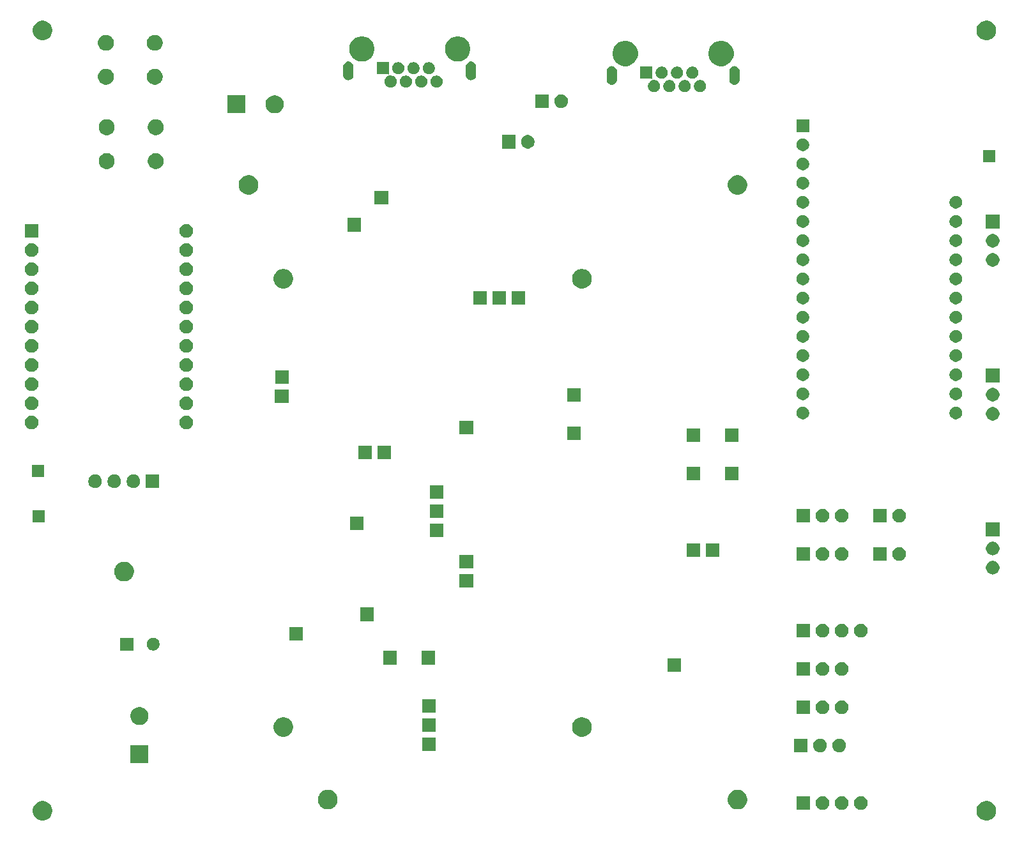
<source format=gbr>
G04 #@! TF.GenerationSoftware,KiCad,Pcbnew,(5.1.6)-1*
G04 #@! TF.CreationDate,2021-01-04T20:33:42-06:00*
G04 #@! TF.ProjectId,TestBoard,54657374-426f-4617-9264-2e6b69636164,rev?*
G04 #@! TF.SameCoordinates,Original*
G04 #@! TF.FileFunction,Soldermask,Top*
G04 #@! TF.FilePolarity,Negative*
%FSLAX46Y46*%
G04 Gerber Fmt 4.6, Leading zero omitted, Abs format (unit mm)*
G04 Created by KiCad (PCBNEW (5.1.6)-1) date 2021-01-04 20:33:42*
%MOMM*%
%LPD*%
G01*
G04 APERTURE LIST*
%ADD10C,0.100000*%
G04 APERTURE END LIST*
D10*
G36*
X210739487Y-154788996D02*
G01*
X210976253Y-154887068D01*
X210976255Y-154887069D01*
X211189339Y-155029447D01*
X211370553Y-155210661D01*
X211512932Y-155423747D01*
X211611004Y-155660513D01*
X211661000Y-155911861D01*
X211661000Y-156168139D01*
X211611004Y-156419487D01*
X211512932Y-156656253D01*
X211512931Y-156656255D01*
X211370553Y-156869339D01*
X211189339Y-157050553D01*
X210976255Y-157192931D01*
X210976254Y-157192932D01*
X210976253Y-157192932D01*
X210739487Y-157291004D01*
X210488139Y-157341000D01*
X210231861Y-157341000D01*
X209980513Y-157291004D01*
X209743747Y-157192932D01*
X209743746Y-157192932D01*
X209743745Y-157192931D01*
X209530661Y-157050553D01*
X209349447Y-156869339D01*
X209207069Y-156656255D01*
X209207068Y-156656253D01*
X209108996Y-156419487D01*
X209059000Y-156168139D01*
X209059000Y-155911861D01*
X209108996Y-155660513D01*
X209207068Y-155423747D01*
X209349447Y-155210661D01*
X209530661Y-155029447D01*
X209743745Y-154887069D01*
X209743747Y-154887068D01*
X209980513Y-154788996D01*
X210231861Y-154739000D01*
X210488139Y-154739000D01*
X210739487Y-154788996D01*
G37*
G36*
X85649487Y-154788996D02*
G01*
X85886253Y-154887068D01*
X85886255Y-154887069D01*
X86099339Y-155029447D01*
X86280553Y-155210661D01*
X86422932Y-155423747D01*
X86521004Y-155660513D01*
X86571000Y-155911861D01*
X86571000Y-156168139D01*
X86521004Y-156419487D01*
X86422932Y-156656253D01*
X86422931Y-156656255D01*
X86280553Y-156869339D01*
X86099339Y-157050553D01*
X85886255Y-157192931D01*
X85886254Y-157192932D01*
X85886253Y-157192932D01*
X85649487Y-157291004D01*
X85398139Y-157341000D01*
X85141861Y-157341000D01*
X84890513Y-157291004D01*
X84653747Y-157192932D01*
X84653746Y-157192932D01*
X84653745Y-157192931D01*
X84440661Y-157050553D01*
X84259447Y-156869339D01*
X84117069Y-156656255D01*
X84117068Y-156656253D01*
X84018996Y-156419487D01*
X83969000Y-156168139D01*
X83969000Y-155911861D01*
X84018996Y-155660513D01*
X84117068Y-155423747D01*
X84259447Y-155210661D01*
X84440661Y-155029447D01*
X84653745Y-154887069D01*
X84653747Y-154887068D01*
X84890513Y-154788996D01*
X85141861Y-154739000D01*
X85398139Y-154739000D01*
X85649487Y-154788996D01*
G37*
G36*
X193833512Y-154103927D02*
G01*
X193982812Y-154133624D01*
X194146784Y-154201544D01*
X194294354Y-154300147D01*
X194419853Y-154425646D01*
X194518456Y-154573216D01*
X194586376Y-154737188D01*
X194621000Y-154911259D01*
X194621000Y-155088741D01*
X194586376Y-155262812D01*
X194518456Y-155426784D01*
X194419853Y-155574354D01*
X194294354Y-155699853D01*
X194146784Y-155798456D01*
X193982812Y-155866376D01*
X193833512Y-155896073D01*
X193808742Y-155901000D01*
X193631258Y-155901000D01*
X193606488Y-155896073D01*
X193457188Y-155866376D01*
X193293216Y-155798456D01*
X193145646Y-155699853D01*
X193020147Y-155574354D01*
X192921544Y-155426784D01*
X192853624Y-155262812D01*
X192819000Y-155088741D01*
X192819000Y-154911259D01*
X192853624Y-154737188D01*
X192921544Y-154573216D01*
X193020147Y-154425646D01*
X193145646Y-154300147D01*
X193293216Y-154201544D01*
X193457188Y-154133624D01*
X193606488Y-154103927D01*
X193631258Y-154099000D01*
X193808742Y-154099000D01*
X193833512Y-154103927D01*
G37*
G36*
X187001000Y-155901000D02*
G01*
X185199000Y-155901000D01*
X185199000Y-154099000D01*
X187001000Y-154099000D01*
X187001000Y-155901000D01*
G37*
G36*
X188753512Y-154103927D02*
G01*
X188902812Y-154133624D01*
X189066784Y-154201544D01*
X189214354Y-154300147D01*
X189339853Y-154425646D01*
X189438456Y-154573216D01*
X189506376Y-154737188D01*
X189541000Y-154911259D01*
X189541000Y-155088741D01*
X189506376Y-155262812D01*
X189438456Y-155426784D01*
X189339853Y-155574354D01*
X189214354Y-155699853D01*
X189066784Y-155798456D01*
X188902812Y-155866376D01*
X188753512Y-155896073D01*
X188728742Y-155901000D01*
X188551258Y-155901000D01*
X188526488Y-155896073D01*
X188377188Y-155866376D01*
X188213216Y-155798456D01*
X188065646Y-155699853D01*
X187940147Y-155574354D01*
X187841544Y-155426784D01*
X187773624Y-155262812D01*
X187739000Y-155088741D01*
X187739000Y-154911259D01*
X187773624Y-154737188D01*
X187841544Y-154573216D01*
X187940147Y-154425646D01*
X188065646Y-154300147D01*
X188213216Y-154201544D01*
X188377188Y-154133624D01*
X188526488Y-154103927D01*
X188551258Y-154099000D01*
X188728742Y-154099000D01*
X188753512Y-154103927D01*
G37*
G36*
X191293512Y-154103927D02*
G01*
X191442812Y-154133624D01*
X191606784Y-154201544D01*
X191754354Y-154300147D01*
X191879853Y-154425646D01*
X191978456Y-154573216D01*
X192046376Y-154737188D01*
X192081000Y-154911259D01*
X192081000Y-155088741D01*
X192046376Y-155262812D01*
X191978456Y-155426784D01*
X191879853Y-155574354D01*
X191754354Y-155699853D01*
X191606784Y-155798456D01*
X191442812Y-155866376D01*
X191293512Y-155896073D01*
X191268742Y-155901000D01*
X191091258Y-155901000D01*
X191066488Y-155896073D01*
X190917188Y-155866376D01*
X190753216Y-155798456D01*
X190605646Y-155699853D01*
X190480147Y-155574354D01*
X190381544Y-155426784D01*
X190313624Y-155262812D01*
X190279000Y-155088741D01*
X190279000Y-154911259D01*
X190313624Y-154737188D01*
X190381544Y-154573216D01*
X190480147Y-154425646D01*
X190605646Y-154300147D01*
X190753216Y-154201544D01*
X190917188Y-154133624D01*
X191066488Y-154103927D01*
X191091258Y-154099000D01*
X191268742Y-154099000D01*
X191293512Y-154103927D01*
G37*
G36*
X123449487Y-153298996D02*
G01*
X123686253Y-153397068D01*
X123686255Y-153397069D01*
X123899339Y-153539447D01*
X124080553Y-153720661D01*
X124222932Y-153933747D01*
X124321004Y-154170513D01*
X124371000Y-154421861D01*
X124371000Y-154678139D01*
X124321004Y-154929487D01*
X124255038Y-155088742D01*
X124222931Y-155166255D01*
X124080553Y-155379339D01*
X123899339Y-155560553D01*
X123686255Y-155702931D01*
X123686254Y-155702932D01*
X123686253Y-155702932D01*
X123449487Y-155801004D01*
X123198139Y-155851000D01*
X122941861Y-155851000D01*
X122690513Y-155801004D01*
X122453747Y-155702932D01*
X122453746Y-155702932D01*
X122453745Y-155702931D01*
X122240661Y-155560553D01*
X122059447Y-155379339D01*
X121917069Y-155166255D01*
X121884962Y-155088742D01*
X121818996Y-154929487D01*
X121769000Y-154678139D01*
X121769000Y-154421861D01*
X121818996Y-154170513D01*
X121917068Y-153933747D01*
X122059447Y-153720661D01*
X122240661Y-153539447D01*
X122453745Y-153397069D01*
X122453747Y-153397068D01*
X122690513Y-153298996D01*
X122941861Y-153249000D01*
X123198139Y-153249000D01*
X123449487Y-153298996D01*
G37*
G36*
X177749487Y-153298996D02*
G01*
X177986253Y-153397068D01*
X177986255Y-153397069D01*
X178199339Y-153539447D01*
X178380553Y-153720661D01*
X178522932Y-153933747D01*
X178621004Y-154170513D01*
X178671000Y-154421861D01*
X178671000Y-154678139D01*
X178621004Y-154929487D01*
X178555038Y-155088742D01*
X178522931Y-155166255D01*
X178380553Y-155379339D01*
X178199339Y-155560553D01*
X177986255Y-155702931D01*
X177986254Y-155702932D01*
X177986253Y-155702932D01*
X177749487Y-155801004D01*
X177498139Y-155851000D01*
X177241861Y-155851000D01*
X176990513Y-155801004D01*
X176753747Y-155702932D01*
X176753746Y-155702932D01*
X176753745Y-155702931D01*
X176540661Y-155560553D01*
X176359447Y-155379339D01*
X176217069Y-155166255D01*
X176184962Y-155088742D01*
X176118996Y-154929487D01*
X176069000Y-154678139D01*
X176069000Y-154421861D01*
X176118996Y-154170513D01*
X176217068Y-153933747D01*
X176359447Y-153720661D01*
X176540661Y-153539447D01*
X176753745Y-153397069D01*
X176753747Y-153397068D01*
X176990513Y-153298996D01*
X177241861Y-153249000D01*
X177498139Y-153249000D01*
X177749487Y-153298996D01*
G37*
G36*
X99294000Y-149734000D02*
G01*
X96906000Y-149734000D01*
X96906000Y-147346000D01*
X99294000Y-147346000D01*
X99294000Y-149734000D01*
G37*
G36*
X186676000Y-148276000D02*
G01*
X184874000Y-148276000D01*
X184874000Y-146474000D01*
X186676000Y-146474000D01*
X186676000Y-148276000D01*
G37*
G36*
X190968512Y-146478927D02*
G01*
X191117812Y-146508624D01*
X191281784Y-146576544D01*
X191429354Y-146675147D01*
X191554853Y-146800646D01*
X191653456Y-146948216D01*
X191721376Y-147112188D01*
X191756000Y-147286259D01*
X191756000Y-147463741D01*
X191721376Y-147637812D01*
X191653456Y-147801784D01*
X191554853Y-147949354D01*
X191429354Y-148074853D01*
X191281784Y-148173456D01*
X191117812Y-148241376D01*
X190968512Y-148271073D01*
X190943742Y-148276000D01*
X190766258Y-148276000D01*
X190741488Y-148271073D01*
X190592188Y-148241376D01*
X190428216Y-148173456D01*
X190280646Y-148074853D01*
X190155147Y-147949354D01*
X190056544Y-147801784D01*
X189988624Y-147637812D01*
X189954000Y-147463741D01*
X189954000Y-147286259D01*
X189988624Y-147112188D01*
X190056544Y-146948216D01*
X190155147Y-146800646D01*
X190280646Y-146675147D01*
X190428216Y-146576544D01*
X190592188Y-146508624D01*
X190741488Y-146478927D01*
X190766258Y-146474000D01*
X190943742Y-146474000D01*
X190968512Y-146478927D01*
G37*
G36*
X188428512Y-146478927D02*
G01*
X188577812Y-146508624D01*
X188741784Y-146576544D01*
X188889354Y-146675147D01*
X189014853Y-146800646D01*
X189113456Y-146948216D01*
X189181376Y-147112188D01*
X189216000Y-147286259D01*
X189216000Y-147463741D01*
X189181376Y-147637812D01*
X189113456Y-147801784D01*
X189014853Y-147949354D01*
X188889354Y-148074853D01*
X188741784Y-148173456D01*
X188577812Y-148241376D01*
X188428512Y-148271073D01*
X188403742Y-148276000D01*
X188226258Y-148276000D01*
X188201488Y-148271073D01*
X188052188Y-148241376D01*
X187888216Y-148173456D01*
X187740646Y-148074853D01*
X187615147Y-147949354D01*
X187516544Y-147801784D01*
X187448624Y-147637812D01*
X187414000Y-147463741D01*
X187414000Y-147286259D01*
X187448624Y-147112188D01*
X187516544Y-146948216D01*
X187615147Y-146800646D01*
X187740646Y-146675147D01*
X187888216Y-146576544D01*
X188052188Y-146508624D01*
X188201488Y-146478927D01*
X188226258Y-146474000D01*
X188403742Y-146474000D01*
X188428512Y-146478927D01*
G37*
G36*
X137381000Y-148101000D02*
G01*
X135579000Y-148101000D01*
X135579000Y-146299000D01*
X137381000Y-146299000D01*
X137381000Y-148101000D01*
G37*
G36*
X117571487Y-143664996D02*
G01*
X117798432Y-143759000D01*
X117808255Y-143763069D01*
X118021339Y-143905447D01*
X118202553Y-144086661D01*
X118344932Y-144299747D01*
X118443004Y-144536513D01*
X118493000Y-144787861D01*
X118493000Y-145044139D01*
X118443004Y-145295487D01*
X118344932Y-145532253D01*
X118344931Y-145532255D01*
X118202553Y-145745339D01*
X118021339Y-145926553D01*
X117808255Y-146068931D01*
X117808254Y-146068932D01*
X117808253Y-146068932D01*
X117571487Y-146167004D01*
X117320139Y-146217000D01*
X117063861Y-146217000D01*
X116812513Y-146167004D01*
X116575747Y-146068932D01*
X116575746Y-146068932D01*
X116575745Y-146068931D01*
X116362661Y-145926553D01*
X116181447Y-145745339D01*
X116039069Y-145532255D01*
X116039068Y-145532253D01*
X115940996Y-145295487D01*
X115891000Y-145044139D01*
X115891000Y-144787861D01*
X115940996Y-144536513D01*
X116039068Y-144299747D01*
X116181447Y-144086661D01*
X116362661Y-143905447D01*
X116575745Y-143763069D01*
X116585568Y-143759000D01*
X116812513Y-143664996D01*
X117063861Y-143615000D01*
X117320139Y-143615000D01*
X117571487Y-143664996D01*
G37*
G36*
X157131987Y-143664996D02*
G01*
X157358932Y-143759000D01*
X157368755Y-143763069D01*
X157581839Y-143905447D01*
X157763053Y-144086661D01*
X157905432Y-144299747D01*
X158003504Y-144536513D01*
X158053500Y-144787861D01*
X158053500Y-145044139D01*
X158003504Y-145295487D01*
X157905432Y-145532253D01*
X157905431Y-145532255D01*
X157763053Y-145745339D01*
X157581839Y-145926553D01*
X157368755Y-146068931D01*
X157368754Y-146068932D01*
X157368753Y-146068932D01*
X157131987Y-146167004D01*
X156880639Y-146217000D01*
X156624361Y-146217000D01*
X156373013Y-146167004D01*
X156136247Y-146068932D01*
X156136246Y-146068932D01*
X156136245Y-146068931D01*
X155923161Y-145926553D01*
X155741947Y-145745339D01*
X155599569Y-145532255D01*
X155599568Y-145532253D01*
X155501496Y-145295487D01*
X155451500Y-145044139D01*
X155451500Y-144787861D01*
X155501496Y-144536513D01*
X155599568Y-144299747D01*
X155741947Y-144086661D01*
X155923161Y-143905447D01*
X156136245Y-143763069D01*
X156146068Y-143759000D01*
X156373013Y-143664996D01*
X156624361Y-143615000D01*
X156880639Y-143615000D01*
X157131987Y-143664996D01*
G37*
G36*
X137381000Y-145561000D02*
G01*
X135579000Y-145561000D01*
X135579000Y-143759000D01*
X137381000Y-143759000D01*
X137381000Y-145561000D01*
G37*
G36*
X98448276Y-142311884D02*
G01*
X98665569Y-142401890D01*
X98665571Y-142401891D01*
X98861130Y-142532560D01*
X99027440Y-142698870D01*
X99144695Y-142874353D01*
X99158110Y-142894431D01*
X99248116Y-143111724D01*
X99294000Y-143342400D01*
X99294000Y-143577600D01*
X99248116Y-143808276D01*
X99207866Y-143905447D01*
X99158109Y-144025571D01*
X99027440Y-144221130D01*
X98861130Y-144387440D01*
X98665571Y-144518109D01*
X98665570Y-144518110D01*
X98665569Y-144518110D01*
X98448276Y-144608116D01*
X98217600Y-144654000D01*
X97982400Y-144654000D01*
X97751724Y-144608116D01*
X97534431Y-144518110D01*
X97534430Y-144518110D01*
X97534429Y-144518109D01*
X97338870Y-144387440D01*
X97172560Y-144221130D01*
X97041891Y-144025571D01*
X96992134Y-143905447D01*
X96951884Y-143808276D01*
X96906000Y-143577600D01*
X96906000Y-143342400D01*
X96951884Y-143111724D01*
X97041890Y-142894431D01*
X97055306Y-142874353D01*
X97172560Y-142698870D01*
X97338870Y-142532560D01*
X97534429Y-142401891D01*
X97534431Y-142401890D01*
X97751724Y-142311884D01*
X97982400Y-142266000D01*
X98217600Y-142266000D01*
X98448276Y-142311884D01*
G37*
G36*
X187001000Y-143201000D02*
G01*
X185199000Y-143201000D01*
X185199000Y-141399000D01*
X187001000Y-141399000D01*
X187001000Y-143201000D01*
G37*
G36*
X188753512Y-141403927D02*
G01*
X188902812Y-141433624D01*
X189066784Y-141501544D01*
X189214354Y-141600147D01*
X189339853Y-141725646D01*
X189438456Y-141873216D01*
X189506376Y-142037188D01*
X189541000Y-142211259D01*
X189541000Y-142388741D01*
X189506376Y-142562812D01*
X189438456Y-142726784D01*
X189339853Y-142874354D01*
X189214354Y-142999853D01*
X189066784Y-143098456D01*
X188902812Y-143166376D01*
X188753512Y-143196073D01*
X188728742Y-143201000D01*
X188551258Y-143201000D01*
X188526488Y-143196073D01*
X188377188Y-143166376D01*
X188213216Y-143098456D01*
X188065646Y-142999853D01*
X187940147Y-142874354D01*
X187841544Y-142726784D01*
X187773624Y-142562812D01*
X187739000Y-142388741D01*
X187739000Y-142211259D01*
X187773624Y-142037188D01*
X187841544Y-141873216D01*
X187940147Y-141725646D01*
X188065646Y-141600147D01*
X188213216Y-141501544D01*
X188377188Y-141433624D01*
X188526488Y-141403927D01*
X188551258Y-141399000D01*
X188728742Y-141399000D01*
X188753512Y-141403927D01*
G37*
G36*
X191293512Y-141403927D02*
G01*
X191442812Y-141433624D01*
X191606784Y-141501544D01*
X191754354Y-141600147D01*
X191879853Y-141725646D01*
X191978456Y-141873216D01*
X192046376Y-142037188D01*
X192081000Y-142211259D01*
X192081000Y-142388741D01*
X192046376Y-142562812D01*
X191978456Y-142726784D01*
X191879853Y-142874354D01*
X191754354Y-142999853D01*
X191606784Y-143098456D01*
X191442812Y-143166376D01*
X191293512Y-143196073D01*
X191268742Y-143201000D01*
X191091258Y-143201000D01*
X191066488Y-143196073D01*
X190917188Y-143166376D01*
X190753216Y-143098456D01*
X190605646Y-142999853D01*
X190480147Y-142874354D01*
X190381544Y-142726784D01*
X190313624Y-142562812D01*
X190279000Y-142388741D01*
X190279000Y-142211259D01*
X190313624Y-142037188D01*
X190381544Y-141873216D01*
X190480147Y-141725646D01*
X190605646Y-141600147D01*
X190753216Y-141501544D01*
X190917188Y-141433624D01*
X191066488Y-141403927D01*
X191091258Y-141399000D01*
X191268742Y-141399000D01*
X191293512Y-141403927D01*
G37*
G36*
X137381000Y-143021000D02*
G01*
X135579000Y-143021000D01*
X135579000Y-141219000D01*
X137381000Y-141219000D01*
X137381000Y-143021000D01*
G37*
G36*
X191293512Y-136323927D02*
G01*
X191442812Y-136353624D01*
X191606784Y-136421544D01*
X191754354Y-136520147D01*
X191879853Y-136645646D01*
X191978456Y-136793216D01*
X192046376Y-136957188D01*
X192081000Y-137131259D01*
X192081000Y-137308741D01*
X192046376Y-137482812D01*
X191978456Y-137646784D01*
X191879853Y-137794354D01*
X191754354Y-137919853D01*
X191606784Y-138018456D01*
X191442812Y-138086376D01*
X191293512Y-138116073D01*
X191268742Y-138121000D01*
X191091258Y-138121000D01*
X191066488Y-138116073D01*
X190917188Y-138086376D01*
X190753216Y-138018456D01*
X190605646Y-137919853D01*
X190480147Y-137794354D01*
X190381544Y-137646784D01*
X190313624Y-137482812D01*
X190279000Y-137308741D01*
X190279000Y-137131259D01*
X190313624Y-136957188D01*
X190381544Y-136793216D01*
X190480147Y-136645646D01*
X190605646Y-136520147D01*
X190753216Y-136421544D01*
X190917188Y-136353624D01*
X191066488Y-136323927D01*
X191091258Y-136319000D01*
X191268742Y-136319000D01*
X191293512Y-136323927D01*
G37*
G36*
X188753512Y-136323927D02*
G01*
X188902812Y-136353624D01*
X189066784Y-136421544D01*
X189214354Y-136520147D01*
X189339853Y-136645646D01*
X189438456Y-136793216D01*
X189506376Y-136957188D01*
X189541000Y-137131259D01*
X189541000Y-137308741D01*
X189506376Y-137482812D01*
X189438456Y-137646784D01*
X189339853Y-137794354D01*
X189214354Y-137919853D01*
X189066784Y-138018456D01*
X188902812Y-138086376D01*
X188753512Y-138116073D01*
X188728742Y-138121000D01*
X188551258Y-138121000D01*
X188526488Y-138116073D01*
X188377188Y-138086376D01*
X188213216Y-138018456D01*
X188065646Y-137919853D01*
X187940147Y-137794354D01*
X187841544Y-137646784D01*
X187773624Y-137482812D01*
X187739000Y-137308741D01*
X187739000Y-137131259D01*
X187773624Y-136957188D01*
X187841544Y-136793216D01*
X187940147Y-136645646D01*
X188065646Y-136520147D01*
X188213216Y-136421544D01*
X188377188Y-136353624D01*
X188526488Y-136323927D01*
X188551258Y-136319000D01*
X188728742Y-136319000D01*
X188753512Y-136323927D01*
G37*
G36*
X187001000Y-138121000D02*
G01*
X185199000Y-138121000D01*
X185199000Y-136319000D01*
X187001000Y-136319000D01*
X187001000Y-138121000D01*
G37*
G36*
X169911000Y-137631000D02*
G01*
X168109000Y-137631000D01*
X168109000Y-135829000D01*
X169911000Y-135829000D01*
X169911000Y-137631000D01*
G37*
G36*
X132191000Y-136651000D02*
G01*
X130389000Y-136651000D01*
X130389000Y-134849000D01*
X132191000Y-134849000D01*
X132191000Y-136651000D01*
G37*
G36*
X137271000Y-136651000D02*
G01*
X135469000Y-136651000D01*
X135469000Y-134849000D01*
X137271000Y-134849000D01*
X137271000Y-136651000D01*
G37*
G36*
X97281000Y-134791000D02*
G01*
X95579000Y-134791000D01*
X95579000Y-133089000D01*
X97281000Y-133089000D01*
X97281000Y-134791000D01*
G37*
G36*
X100178228Y-133121703D02*
G01*
X100333100Y-133185853D01*
X100472481Y-133278985D01*
X100591015Y-133397519D01*
X100684147Y-133536900D01*
X100748297Y-133691772D01*
X100781000Y-133856184D01*
X100781000Y-134023816D01*
X100748297Y-134188228D01*
X100684147Y-134343100D01*
X100591015Y-134482481D01*
X100472481Y-134601015D01*
X100333100Y-134694147D01*
X100178228Y-134758297D01*
X100013816Y-134791000D01*
X99846184Y-134791000D01*
X99681772Y-134758297D01*
X99526900Y-134694147D01*
X99387519Y-134601015D01*
X99268985Y-134482481D01*
X99175853Y-134343100D01*
X99111703Y-134188228D01*
X99079000Y-134023816D01*
X99079000Y-133856184D01*
X99111703Y-133691772D01*
X99175853Y-133536900D01*
X99268985Y-133397519D01*
X99387519Y-133278985D01*
X99526900Y-133185853D01*
X99681772Y-133121703D01*
X99846184Y-133089000D01*
X100013816Y-133089000D01*
X100178228Y-133121703D01*
G37*
G36*
X119771000Y-133451000D02*
G01*
X117969000Y-133451000D01*
X117969000Y-131649000D01*
X119771000Y-131649000D01*
X119771000Y-133451000D01*
G37*
G36*
X191293512Y-131243927D02*
G01*
X191442812Y-131273624D01*
X191606784Y-131341544D01*
X191754354Y-131440147D01*
X191879853Y-131565646D01*
X191978456Y-131713216D01*
X192046376Y-131877188D01*
X192081000Y-132051259D01*
X192081000Y-132228741D01*
X192046376Y-132402812D01*
X191978456Y-132566784D01*
X191879853Y-132714354D01*
X191754354Y-132839853D01*
X191606784Y-132938456D01*
X191442812Y-133006376D01*
X191293512Y-133036073D01*
X191268742Y-133041000D01*
X191091258Y-133041000D01*
X191066488Y-133036073D01*
X190917188Y-133006376D01*
X190753216Y-132938456D01*
X190605646Y-132839853D01*
X190480147Y-132714354D01*
X190381544Y-132566784D01*
X190313624Y-132402812D01*
X190279000Y-132228741D01*
X190279000Y-132051259D01*
X190313624Y-131877188D01*
X190381544Y-131713216D01*
X190480147Y-131565646D01*
X190605646Y-131440147D01*
X190753216Y-131341544D01*
X190917188Y-131273624D01*
X191066488Y-131243927D01*
X191091258Y-131239000D01*
X191268742Y-131239000D01*
X191293512Y-131243927D01*
G37*
G36*
X193833512Y-131243927D02*
G01*
X193982812Y-131273624D01*
X194146784Y-131341544D01*
X194294354Y-131440147D01*
X194419853Y-131565646D01*
X194518456Y-131713216D01*
X194586376Y-131877188D01*
X194621000Y-132051259D01*
X194621000Y-132228741D01*
X194586376Y-132402812D01*
X194518456Y-132566784D01*
X194419853Y-132714354D01*
X194294354Y-132839853D01*
X194146784Y-132938456D01*
X193982812Y-133006376D01*
X193833512Y-133036073D01*
X193808742Y-133041000D01*
X193631258Y-133041000D01*
X193606488Y-133036073D01*
X193457188Y-133006376D01*
X193293216Y-132938456D01*
X193145646Y-132839853D01*
X193020147Y-132714354D01*
X192921544Y-132566784D01*
X192853624Y-132402812D01*
X192819000Y-132228741D01*
X192819000Y-132051259D01*
X192853624Y-131877188D01*
X192921544Y-131713216D01*
X193020147Y-131565646D01*
X193145646Y-131440147D01*
X193293216Y-131341544D01*
X193457188Y-131273624D01*
X193606488Y-131243927D01*
X193631258Y-131239000D01*
X193808742Y-131239000D01*
X193833512Y-131243927D01*
G37*
G36*
X188753512Y-131243927D02*
G01*
X188902812Y-131273624D01*
X189066784Y-131341544D01*
X189214354Y-131440147D01*
X189339853Y-131565646D01*
X189438456Y-131713216D01*
X189506376Y-131877188D01*
X189541000Y-132051259D01*
X189541000Y-132228741D01*
X189506376Y-132402812D01*
X189438456Y-132566784D01*
X189339853Y-132714354D01*
X189214354Y-132839853D01*
X189066784Y-132938456D01*
X188902812Y-133006376D01*
X188753512Y-133036073D01*
X188728742Y-133041000D01*
X188551258Y-133041000D01*
X188526488Y-133036073D01*
X188377188Y-133006376D01*
X188213216Y-132938456D01*
X188065646Y-132839853D01*
X187940147Y-132714354D01*
X187841544Y-132566784D01*
X187773624Y-132402812D01*
X187739000Y-132228741D01*
X187739000Y-132051259D01*
X187773624Y-131877188D01*
X187841544Y-131713216D01*
X187940147Y-131565646D01*
X188065646Y-131440147D01*
X188213216Y-131341544D01*
X188377188Y-131273624D01*
X188526488Y-131243927D01*
X188551258Y-131239000D01*
X188728742Y-131239000D01*
X188753512Y-131243927D01*
G37*
G36*
X187001000Y-133041000D02*
G01*
X185199000Y-133041000D01*
X185199000Y-131239000D01*
X187001000Y-131239000D01*
X187001000Y-133041000D01*
G37*
G36*
X129181000Y-130901000D02*
G01*
X127379000Y-130901000D01*
X127379000Y-129099000D01*
X129181000Y-129099000D01*
X129181000Y-130901000D01*
G37*
G36*
X142338940Y-126469940D02*
G01*
X140536940Y-126469940D01*
X140536940Y-124667940D01*
X142338940Y-124667940D01*
X142338940Y-126469940D01*
G37*
G36*
X96447587Y-123057996D02*
G01*
X96684353Y-123156068D01*
X96684355Y-123156069D01*
X96788484Y-123225646D01*
X96897439Y-123298447D01*
X97078653Y-123479661D01*
X97221032Y-123692747D01*
X97319104Y-123929513D01*
X97369100Y-124180861D01*
X97369100Y-124437139D01*
X97319104Y-124688487D01*
X97221032Y-124925253D01*
X97221031Y-124925255D01*
X97078653Y-125138339D01*
X96897439Y-125319553D01*
X96684355Y-125461931D01*
X96684354Y-125461932D01*
X96684353Y-125461932D01*
X96447587Y-125560004D01*
X96196239Y-125610000D01*
X95939961Y-125610000D01*
X95688613Y-125560004D01*
X95451847Y-125461932D01*
X95451846Y-125461932D01*
X95451845Y-125461931D01*
X95238761Y-125319553D01*
X95057547Y-125138339D01*
X94915169Y-124925255D01*
X94915168Y-124925253D01*
X94817096Y-124688487D01*
X94767100Y-124437139D01*
X94767100Y-124180861D01*
X94817096Y-123929513D01*
X94915168Y-123692747D01*
X95057547Y-123479661D01*
X95238761Y-123298447D01*
X95347716Y-123225646D01*
X95451845Y-123156069D01*
X95451847Y-123156068D01*
X95688613Y-123057996D01*
X95939961Y-123008000D01*
X96196239Y-123008000D01*
X96447587Y-123057996D01*
G37*
G36*
X211313512Y-122903927D02*
G01*
X211462812Y-122933624D01*
X211626784Y-123001544D01*
X211774354Y-123100147D01*
X211899853Y-123225646D01*
X211998456Y-123373216D01*
X212066376Y-123537188D01*
X212101000Y-123711259D01*
X212101000Y-123888741D01*
X212066376Y-124062812D01*
X211998456Y-124226784D01*
X211899853Y-124374354D01*
X211774354Y-124499853D01*
X211626784Y-124598456D01*
X211462812Y-124666376D01*
X211313512Y-124696073D01*
X211288742Y-124701000D01*
X211111258Y-124701000D01*
X211086488Y-124696073D01*
X210937188Y-124666376D01*
X210773216Y-124598456D01*
X210625646Y-124499853D01*
X210500147Y-124374354D01*
X210401544Y-124226784D01*
X210333624Y-124062812D01*
X210299000Y-123888741D01*
X210299000Y-123711259D01*
X210333624Y-123537188D01*
X210401544Y-123373216D01*
X210500147Y-123225646D01*
X210625646Y-123100147D01*
X210773216Y-123001544D01*
X210937188Y-122933624D01*
X211086488Y-122903927D01*
X211111258Y-122899000D01*
X211288742Y-122899000D01*
X211313512Y-122903927D01*
G37*
G36*
X142338940Y-123929940D02*
G01*
X140536940Y-123929940D01*
X140536940Y-122127940D01*
X142338940Y-122127940D01*
X142338940Y-123929940D01*
G37*
G36*
X187001000Y-122881000D02*
G01*
X185199000Y-122881000D01*
X185199000Y-121079000D01*
X187001000Y-121079000D01*
X187001000Y-122881000D01*
G37*
G36*
X188753512Y-121083927D02*
G01*
X188902812Y-121113624D01*
X189066784Y-121181544D01*
X189214354Y-121280147D01*
X189339853Y-121405646D01*
X189438456Y-121553216D01*
X189506376Y-121717188D01*
X189541000Y-121891259D01*
X189541000Y-122068741D01*
X189506376Y-122242812D01*
X189438456Y-122406784D01*
X189339853Y-122554354D01*
X189214354Y-122679853D01*
X189066784Y-122778456D01*
X188902812Y-122846376D01*
X188753512Y-122876073D01*
X188728742Y-122881000D01*
X188551258Y-122881000D01*
X188526488Y-122876073D01*
X188377188Y-122846376D01*
X188213216Y-122778456D01*
X188065646Y-122679853D01*
X187940147Y-122554354D01*
X187841544Y-122406784D01*
X187773624Y-122242812D01*
X187739000Y-122068741D01*
X187739000Y-121891259D01*
X187773624Y-121717188D01*
X187841544Y-121553216D01*
X187940147Y-121405646D01*
X188065646Y-121280147D01*
X188213216Y-121181544D01*
X188377188Y-121113624D01*
X188526488Y-121083927D01*
X188551258Y-121079000D01*
X188728742Y-121079000D01*
X188753512Y-121083927D01*
G37*
G36*
X191293512Y-121083927D02*
G01*
X191442812Y-121113624D01*
X191606784Y-121181544D01*
X191754354Y-121280147D01*
X191879853Y-121405646D01*
X191978456Y-121553216D01*
X192046376Y-121717188D01*
X192081000Y-121891259D01*
X192081000Y-122068741D01*
X192046376Y-122242812D01*
X191978456Y-122406784D01*
X191879853Y-122554354D01*
X191754354Y-122679853D01*
X191606784Y-122778456D01*
X191442812Y-122846376D01*
X191293512Y-122876073D01*
X191268742Y-122881000D01*
X191091258Y-122881000D01*
X191066488Y-122876073D01*
X190917188Y-122846376D01*
X190753216Y-122778456D01*
X190605646Y-122679853D01*
X190480147Y-122554354D01*
X190381544Y-122406784D01*
X190313624Y-122242812D01*
X190279000Y-122068741D01*
X190279000Y-121891259D01*
X190313624Y-121717188D01*
X190381544Y-121553216D01*
X190480147Y-121405646D01*
X190605646Y-121280147D01*
X190753216Y-121181544D01*
X190917188Y-121113624D01*
X191066488Y-121083927D01*
X191091258Y-121079000D01*
X191268742Y-121079000D01*
X191293512Y-121083927D01*
G37*
G36*
X197161000Y-122881000D02*
G01*
X195359000Y-122881000D01*
X195359000Y-121079000D01*
X197161000Y-121079000D01*
X197161000Y-122881000D01*
G37*
G36*
X198913512Y-121083927D02*
G01*
X199062812Y-121113624D01*
X199226784Y-121181544D01*
X199374354Y-121280147D01*
X199499853Y-121405646D01*
X199598456Y-121553216D01*
X199666376Y-121717188D01*
X199701000Y-121891259D01*
X199701000Y-122068741D01*
X199666376Y-122242812D01*
X199598456Y-122406784D01*
X199499853Y-122554354D01*
X199374354Y-122679853D01*
X199226784Y-122778456D01*
X199062812Y-122846376D01*
X198913512Y-122876073D01*
X198888742Y-122881000D01*
X198711258Y-122881000D01*
X198686488Y-122876073D01*
X198537188Y-122846376D01*
X198373216Y-122778456D01*
X198225646Y-122679853D01*
X198100147Y-122554354D01*
X198001544Y-122406784D01*
X197933624Y-122242812D01*
X197899000Y-122068741D01*
X197899000Y-121891259D01*
X197933624Y-121717188D01*
X198001544Y-121553216D01*
X198100147Y-121405646D01*
X198225646Y-121280147D01*
X198373216Y-121181544D01*
X198537188Y-121113624D01*
X198686488Y-121083927D01*
X198711258Y-121079000D01*
X198888742Y-121079000D01*
X198913512Y-121083927D01*
G37*
G36*
X174991000Y-122391000D02*
G01*
X173189000Y-122391000D01*
X173189000Y-120589000D01*
X174991000Y-120589000D01*
X174991000Y-122391000D01*
G37*
G36*
X172451000Y-122391000D02*
G01*
X170649000Y-122391000D01*
X170649000Y-120589000D01*
X172451000Y-120589000D01*
X172451000Y-122391000D01*
G37*
G36*
X211313512Y-120363927D02*
G01*
X211462812Y-120393624D01*
X211626784Y-120461544D01*
X211774354Y-120560147D01*
X211899853Y-120685646D01*
X211998456Y-120833216D01*
X212066376Y-120997188D01*
X212101000Y-121171259D01*
X212101000Y-121348741D01*
X212066376Y-121522812D01*
X211998456Y-121686784D01*
X211899853Y-121834354D01*
X211774354Y-121959853D01*
X211626784Y-122058456D01*
X211462812Y-122126376D01*
X211313512Y-122156073D01*
X211288742Y-122161000D01*
X211111258Y-122161000D01*
X211086488Y-122156073D01*
X210937188Y-122126376D01*
X210773216Y-122058456D01*
X210625646Y-121959853D01*
X210500147Y-121834354D01*
X210401544Y-121686784D01*
X210333624Y-121522812D01*
X210299000Y-121348741D01*
X210299000Y-121171259D01*
X210333624Y-120997188D01*
X210401544Y-120833216D01*
X210500147Y-120685646D01*
X210625646Y-120560147D01*
X210773216Y-120461544D01*
X210937188Y-120393624D01*
X211086488Y-120363927D01*
X211111258Y-120359000D01*
X211288742Y-120359000D01*
X211313512Y-120363927D01*
G37*
G36*
X138371000Y-119751000D02*
G01*
X136569000Y-119751000D01*
X136569000Y-117949000D01*
X138371000Y-117949000D01*
X138371000Y-119751000D01*
G37*
G36*
X212101000Y-119621000D02*
G01*
X210299000Y-119621000D01*
X210299000Y-117819000D01*
X212101000Y-117819000D01*
X212101000Y-119621000D01*
G37*
G36*
X127821000Y-118851000D02*
G01*
X126019000Y-118851000D01*
X126019000Y-117049000D01*
X127821000Y-117049000D01*
X127821000Y-118851000D01*
G37*
G36*
X197161000Y-117801000D02*
G01*
X195359000Y-117801000D01*
X195359000Y-115999000D01*
X197161000Y-115999000D01*
X197161000Y-117801000D01*
G37*
G36*
X198913512Y-116003927D02*
G01*
X199062812Y-116033624D01*
X199226784Y-116101544D01*
X199374354Y-116200147D01*
X199499853Y-116325646D01*
X199598456Y-116473216D01*
X199666376Y-116637188D01*
X199701000Y-116811259D01*
X199701000Y-116988741D01*
X199666376Y-117162812D01*
X199598456Y-117326784D01*
X199499853Y-117474354D01*
X199374354Y-117599853D01*
X199226784Y-117698456D01*
X199062812Y-117766376D01*
X198913512Y-117796073D01*
X198888742Y-117801000D01*
X198711258Y-117801000D01*
X198686488Y-117796073D01*
X198537188Y-117766376D01*
X198373216Y-117698456D01*
X198225646Y-117599853D01*
X198100147Y-117474354D01*
X198001544Y-117326784D01*
X197933624Y-117162812D01*
X197899000Y-116988741D01*
X197899000Y-116811259D01*
X197933624Y-116637188D01*
X198001544Y-116473216D01*
X198100147Y-116325646D01*
X198225646Y-116200147D01*
X198373216Y-116101544D01*
X198537188Y-116033624D01*
X198686488Y-116003927D01*
X198711258Y-115999000D01*
X198888742Y-115999000D01*
X198913512Y-116003927D01*
G37*
G36*
X187001000Y-117801000D02*
G01*
X185199000Y-117801000D01*
X185199000Y-115999000D01*
X187001000Y-115999000D01*
X187001000Y-117801000D01*
G37*
G36*
X188753512Y-116003927D02*
G01*
X188902812Y-116033624D01*
X189066784Y-116101544D01*
X189214354Y-116200147D01*
X189339853Y-116325646D01*
X189438456Y-116473216D01*
X189506376Y-116637188D01*
X189541000Y-116811259D01*
X189541000Y-116988741D01*
X189506376Y-117162812D01*
X189438456Y-117326784D01*
X189339853Y-117474354D01*
X189214354Y-117599853D01*
X189066784Y-117698456D01*
X188902812Y-117766376D01*
X188753512Y-117796073D01*
X188728742Y-117801000D01*
X188551258Y-117801000D01*
X188526488Y-117796073D01*
X188377188Y-117766376D01*
X188213216Y-117698456D01*
X188065646Y-117599853D01*
X187940147Y-117474354D01*
X187841544Y-117326784D01*
X187773624Y-117162812D01*
X187739000Y-116988741D01*
X187739000Y-116811259D01*
X187773624Y-116637188D01*
X187841544Y-116473216D01*
X187940147Y-116325646D01*
X188065646Y-116200147D01*
X188213216Y-116101544D01*
X188377188Y-116033624D01*
X188526488Y-116003927D01*
X188551258Y-115999000D01*
X188728742Y-115999000D01*
X188753512Y-116003927D01*
G37*
G36*
X191293512Y-116003927D02*
G01*
X191442812Y-116033624D01*
X191606784Y-116101544D01*
X191754354Y-116200147D01*
X191879853Y-116325646D01*
X191978456Y-116473216D01*
X192046376Y-116637188D01*
X192081000Y-116811259D01*
X192081000Y-116988741D01*
X192046376Y-117162812D01*
X191978456Y-117326784D01*
X191879853Y-117474354D01*
X191754354Y-117599853D01*
X191606784Y-117698456D01*
X191442812Y-117766376D01*
X191293512Y-117796073D01*
X191268742Y-117801000D01*
X191091258Y-117801000D01*
X191066488Y-117796073D01*
X190917188Y-117766376D01*
X190753216Y-117698456D01*
X190605646Y-117599853D01*
X190480147Y-117474354D01*
X190381544Y-117326784D01*
X190313624Y-117162812D01*
X190279000Y-116988741D01*
X190279000Y-116811259D01*
X190313624Y-116637188D01*
X190381544Y-116473216D01*
X190480147Y-116325646D01*
X190605646Y-116200147D01*
X190753216Y-116101544D01*
X190917188Y-116033624D01*
X191066488Y-116003927D01*
X191091258Y-115999000D01*
X191268742Y-115999000D01*
X191293512Y-116003927D01*
G37*
G36*
X85531000Y-117761000D02*
G01*
X83929000Y-117761000D01*
X83929000Y-116159000D01*
X85531000Y-116159000D01*
X85531000Y-117761000D01*
G37*
G36*
X138371000Y-117211000D02*
G01*
X136569000Y-117211000D01*
X136569000Y-115409000D01*
X138371000Y-115409000D01*
X138371000Y-117211000D01*
G37*
G36*
X138371000Y-114671000D02*
G01*
X136569000Y-114671000D01*
X136569000Y-112869000D01*
X138371000Y-112869000D01*
X138371000Y-114671000D01*
G37*
G36*
X97413512Y-111453927D02*
G01*
X97562812Y-111483624D01*
X97726784Y-111551544D01*
X97874354Y-111650147D01*
X97999853Y-111775646D01*
X98098456Y-111923216D01*
X98166376Y-112087188D01*
X98201000Y-112261259D01*
X98201000Y-112438741D01*
X98166376Y-112612812D01*
X98098456Y-112776784D01*
X97999853Y-112924354D01*
X97874354Y-113049853D01*
X97726784Y-113148456D01*
X97562812Y-113216376D01*
X97413512Y-113246073D01*
X97388742Y-113251000D01*
X97211258Y-113251000D01*
X97186488Y-113246073D01*
X97037188Y-113216376D01*
X96873216Y-113148456D01*
X96725646Y-113049853D01*
X96600147Y-112924354D01*
X96501544Y-112776784D01*
X96433624Y-112612812D01*
X96399000Y-112438741D01*
X96399000Y-112261259D01*
X96433624Y-112087188D01*
X96501544Y-111923216D01*
X96600147Y-111775646D01*
X96725646Y-111650147D01*
X96873216Y-111551544D01*
X97037188Y-111483624D01*
X97186488Y-111453927D01*
X97211258Y-111449000D01*
X97388742Y-111449000D01*
X97413512Y-111453927D01*
G37*
G36*
X92333512Y-111453927D02*
G01*
X92482812Y-111483624D01*
X92646784Y-111551544D01*
X92794354Y-111650147D01*
X92919853Y-111775646D01*
X93018456Y-111923216D01*
X93086376Y-112087188D01*
X93121000Y-112261259D01*
X93121000Y-112438741D01*
X93086376Y-112612812D01*
X93018456Y-112776784D01*
X92919853Y-112924354D01*
X92794354Y-113049853D01*
X92646784Y-113148456D01*
X92482812Y-113216376D01*
X92333512Y-113246073D01*
X92308742Y-113251000D01*
X92131258Y-113251000D01*
X92106488Y-113246073D01*
X91957188Y-113216376D01*
X91793216Y-113148456D01*
X91645646Y-113049853D01*
X91520147Y-112924354D01*
X91421544Y-112776784D01*
X91353624Y-112612812D01*
X91319000Y-112438741D01*
X91319000Y-112261259D01*
X91353624Y-112087188D01*
X91421544Y-111923216D01*
X91520147Y-111775646D01*
X91645646Y-111650147D01*
X91793216Y-111551544D01*
X91957188Y-111483624D01*
X92106488Y-111453927D01*
X92131258Y-111449000D01*
X92308742Y-111449000D01*
X92333512Y-111453927D01*
G37*
G36*
X94873512Y-111453927D02*
G01*
X95022812Y-111483624D01*
X95186784Y-111551544D01*
X95334354Y-111650147D01*
X95459853Y-111775646D01*
X95558456Y-111923216D01*
X95626376Y-112087188D01*
X95661000Y-112261259D01*
X95661000Y-112438741D01*
X95626376Y-112612812D01*
X95558456Y-112776784D01*
X95459853Y-112924354D01*
X95334354Y-113049853D01*
X95186784Y-113148456D01*
X95022812Y-113216376D01*
X94873512Y-113246073D01*
X94848742Y-113251000D01*
X94671258Y-113251000D01*
X94646488Y-113246073D01*
X94497188Y-113216376D01*
X94333216Y-113148456D01*
X94185646Y-113049853D01*
X94060147Y-112924354D01*
X93961544Y-112776784D01*
X93893624Y-112612812D01*
X93859000Y-112438741D01*
X93859000Y-112261259D01*
X93893624Y-112087188D01*
X93961544Y-111923216D01*
X94060147Y-111775646D01*
X94185646Y-111650147D01*
X94333216Y-111551544D01*
X94497188Y-111483624D01*
X94646488Y-111453927D01*
X94671258Y-111449000D01*
X94848742Y-111449000D01*
X94873512Y-111453927D01*
G37*
G36*
X100741000Y-113251000D02*
G01*
X98939000Y-113251000D01*
X98939000Y-111449000D01*
X100741000Y-111449000D01*
X100741000Y-113251000D01*
G37*
G36*
X177531000Y-112231000D02*
G01*
X175729000Y-112231000D01*
X175729000Y-110429000D01*
X177531000Y-110429000D01*
X177531000Y-112231000D01*
G37*
G36*
X172451000Y-112231000D02*
G01*
X170649000Y-112231000D01*
X170649000Y-110429000D01*
X172451000Y-110429000D01*
X172451000Y-112231000D01*
G37*
G36*
X85491000Y-111821000D02*
G01*
X83889000Y-111821000D01*
X83889000Y-110219000D01*
X85491000Y-110219000D01*
X85491000Y-111821000D01*
G37*
G36*
X128911000Y-109451000D02*
G01*
X127109000Y-109451000D01*
X127109000Y-107649000D01*
X128911000Y-107649000D01*
X128911000Y-109451000D01*
G37*
G36*
X131451000Y-109451000D02*
G01*
X129649000Y-109451000D01*
X129649000Y-107649000D01*
X131451000Y-107649000D01*
X131451000Y-109451000D01*
G37*
G36*
X177531000Y-107151000D02*
G01*
X175729000Y-107151000D01*
X175729000Y-105349000D01*
X177531000Y-105349000D01*
X177531000Y-107151000D01*
G37*
G36*
X172451000Y-107151000D02*
G01*
X170649000Y-107151000D01*
X170649000Y-105349000D01*
X172451000Y-105349000D01*
X172451000Y-107151000D01*
G37*
G36*
X156581000Y-106901000D02*
G01*
X154779000Y-106901000D01*
X154779000Y-105099000D01*
X156581000Y-105099000D01*
X156581000Y-106901000D01*
G37*
G36*
X142338940Y-106149940D02*
G01*
X140536940Y-106149940D01*
X140536940Y-104347940D01*
X142338940Y-104347940D01*
X142338940Y-106149940D01*
G37*
G36*
X104423512Y-103643927D02*
G01*
X104572812Y-103673624D01*
X104736784Y-103741544D01*
X104884354Y-103840147D01*
X105009853Y-103965646D01*
X105108456Y-104113216D01*
X105176376Y-104277188D01*
X105211000Y-104451259D01*
X105211000Y-104628741D01*
X105176376Y-104802812D01*
X105108456Y-104966784D01*
X105009853Y-105114354D01*
X104884354Y-105239853D01*
X104736784Y-105338456D01*
X104572812Y-105406376D01*
X104423512Y-105436073D01*
X104398742Y-105441000D01*
X104221258Y-105441000D01*
X104196488Y-105436073D01*
X104047188Y-105406376D01*
X103883216Y-105338456D01*
X103735646Y-105239853D01*
X103610147Y-105114354D01*
X103511544Y-104966784D01*
X103443624Y-104802812D01*
X103409000Y-104628741D01*
X103409000Y-104451259D01*
X103443624Y-104277188D01*
X103511544Y-104113216D01*
X103610147Y-103965646D01*
X103735646Y-103840147D01*
X103883216Y-103741544D01*
X104047188Y-103673624D01*
X104196488Y-103643927D01*
X104221258Y-103639000D01*
X104398742Y-103639000D01*
X104423512Y-103643927D01*
G37*
G36*
X83923512Y-103643927D02*
G01*
X84072812Y-103673624D01*
X84236784Y-103741544D01*
X84384354Y-103840147D01*
X84509853Y-103965646D01*
X84608456Y-104113216D01*
X84676376Y-104277188D01*
X84711000Y-104451259D01*
X84711000Y-104628741D01*
X84676376Y-104802812D01*
X84608456Y-104966784D01*
X84509853Y-105114354D01*
X84384354Y-105239853D01*
X84236784Y-105338456D01*
X84072812Y-105406376D01*
X83923512Y-105436073D01*
X83898742Y-105441000D01*
X83721258Y-105441000D01*
X83696488Y-105436073D01*
X83547188Y-105406376D01*
X83383216Y-105338456D01*
X83235646Y-105239853D01*
X83110147Y-105114354D01*
X83011544Y-104966784D01*
X82943624Y-104802812D01*
X82909000Y-104628741D01*
X82909000Y-104451259D01*
X82943624Y-104277188D01*
X83011544Y-104113216D01*
X83110147Y-103965646D01*
X83235646Y-103840147D01*
X83383216Y-103741544D01*
X83547188Y-103673624D01*
X83696488Y-103643927D01*
X83721258Y-103639000D01*
X83898742Y-103639000D01*
X83923512Y-103643927D01*
G37*
G36*
X211313512Y-102503927D02*
G01*
X211462812Y-102533624D01*
X211626784Y-102601544D01*
X211774354Y-102700147D01*
X211899853Y-102825646D01*
X211998456Y-102973216D01*
X212066376Y-103137188D01*
X212101000Y-103311259D01*
X212101000Y-103488741D01*
X212066376Y-103662812D01*
X211998456Y-103826784D01*
X211899853Y-103974354D01*
X211774354Y-104099853D01*
X211626784Y-104198456D01*
X211462812Y-104266376D01*
X211313512Y-104296073D01*
X211288742Y-104301000D01*
X211111258Y-104301000D01*
X211086488Y-104296073D01*
X210937188Y-104266376D01*
X210773216Y-104198456D01*
X210625646Y-104099853D01*
X210500147Y-103974354D01*
X210401544Y-103826784D01*
X210333624Y-103662812D01*
X210299000Y-103488741D01*
X210299000Y-103311259D01*
X210333624Y-103137188D01*
X210401544Y-102973216D01*
X210500147Y-102825646D01*
X210625646Y-102700147D01*
X210773216Y-102601544D01*
X210937188Y-102533624D01*
X211086488Y-102503927D01*
X211111258Y-102499000D01*
X211288742Y-102499000D01*
X211313512Y-102503927D01*
G37*
G36*
X186266168Y-102465643D02*
G01*
X186421040Y-102529793D01*
X186560421Y-102622925D01*
X186678955Y-102741459D01*
X186772087Y-102880840D01*
X186836237Y-103035712D01*
X186868940Y-103200124D01*
X186868940Y-103367756D01*
X186836237Y-103532168D01*
X186772087Y-103687040D01*
X186678955Y-103826421D01*
X186560421Y-103944955D01*
X186421040Y-104038087D01*
X186266168Y-104102237D01*
X186101756Y-104134940D01*
X185934124Y-104134940D01*
X185769712Y-104102237D01*
X185614840Y-104038087D01*
X185475459Y-103944955D01*
X185356925Y-103826421D01*
X185263793Y-103687040D01*
X185199643Y-103532168D01*
X185166940Y-103367756D01*
X185166940Y-103200124D01*
X185199643Y-103035712D01*
X185263793Y-102880840D01*
X185356925Y-102741459D01*
X185475459Y-102622925D01*
X185614840Y-102529793D01*
X185769712Y-102465643D01*
X185934124Y-102432940D01*
X186101756Y-102432940D01*
X186266168Y-102465643D01*
G37*
G36*
X206566168Y-102465643D02*
G01*
X206721040Y-102529793D01*
X206860421Y-102622925D01*
X206978955Y-102741459D01*
X207072087Y-102880840D01*
X207136237Y-103035712D01*
X207168940Y-103200124D01*
X207168940Y-103367756D01*
X207136237Y-103532168D01*
X207072087Y-103687040D01*
X206978955Y-103826421D01*
X206860421Y-103944955D01*
X206721040Y-104038087D01*
X206566168Y-104102237D01*
X206401756Y-104134940D01*
X206234124Y-104134940D01*
X206069712Y-104102237D01*
X205914840Y-104038087D01*
X205775459Y-103944955D01*
X205656925Y-103826421D01*
X205563793Y-103687040D01*
X205499643Y-103532168D01*
X205466940Y-103367756D01*
X205466940Y-103200124D01*
X205499643Y-103035712D01*
X205563793Y-102880840D01*
X205656925Y-102741459D01*
X205775459Y-102622925D01*
X205914840Y-102529793D01*
X206069712Y-102465643D01*
X206234124Y-102432940D01*
X206401756Y-102432940D01*
X206566168Y-102465643D01*
G37*
G36*
X83923512Y-101103927D02*
G01*
X84072812Y-101133624D01*
X84236784Y-101201544D01*
X84384354Y-101300147D01*
X84509853Y-101425646D01*
X84608456Y-101573216D01*
X84676376Y-101737188D01*
X84711000Y-101911259D01*
X84711000Y-102088741D01*
X84676376Y-102262812D01*
X84608456Y-102426784D01*
X84509853Y-102574354D01*
X84384354Y-102699853D01*
X84236784Y-102798456D01*
X84072812Y-102866376D01*
X83923512Y-102896073D01*
X83898742Y-102901000D01*
X83721258Y-102901000D01*
X83696488Y-102896073D01*
X83547188Y-102866376D01*
X83383216Y-102798456D01*
X83235646Y-102699853D01*
X83110147Y-102574354D01*
X83011544Y-102426784D01*
X82943624Y-102262812D01*
X82909000Y-102088741D01*
X82909000Y-101911259D01*
X82943624Y-101737188D01*
X83011544Y-101573216D01*
X83110147Y-101425646D01*
X83235646Y-101300147D01*
X83383216Y-101201544D01*
X83547188Y-101133624D01*
X83696488Y-101103927D01*
X83721258Y-101099000D01*
X83898742Y-101099000D01*
X83923512Y-101103927D01*
G37*
G36*
X104423512Y-101103927D02*
G01*
X104572812Y-101133624D01*
X104736784Y-101201544D01*
X104884354Y-101300147D01*
X105009853Y-101425646D01*
X105108456Y-101573216D01*
X105176376Y-101737188D01*
X105211000Y-101911259D01*
X105211000Y-102088741D01*
X105176376Y-102262812D01*
X105108456Y-102426784D01*
X105009853Y-102574354D01*
X104884354Y-102699853D01*
X104736784Y-102798456D01*
X104572812Y-102866376D01*
X104423512Y-102896073D01*
X104398742Y-102901000D01*
X104221258Y-102901000D01*
X104196488Y-102896073D01*
X104047188Y-102866376D01*
X103883216Y-102798456D01*
X103735646Y-102699853D01*
X103610147Y-102574354D01*
X103511544Y-102426784D01*
X103443624Y-102262812D01*
X103409000Y-102088741D01*
X103409000Y-101911259D01*
X103443624Y-101737188D01*
X103511544Y-101573216D01*
X103610147Y-101425646D01*
X103735646Y-101300147D01*
X103883216Y-101201544D01*
X104047188Y-101133624D01*
X104196488Y-101103927D01*
X104221258Y-101099000D01*
X104398742Y-101099000D01*
X104423512Y-101103927D01*
G37*
G36*
X117871000Y-101971000D02*
G01*
X116069000Y-101971000D01*
X116069000Y-100169000D01*
X117871000Y-100169000D01*
X117871000Y-101971000D01*
G37*
G36*
X156581000Y-101821000D02*
G01*
X154779000Y-101821000D01*
X154779000Y-100019000D01*
X156581000Y-100019000D01*
X156581000Y-101821000D01*
G37*
G36*
X211313512Y-99963927D02*
G01*
X211462812Y-99993624D01*
X211626784Y-100061544D01*
X211774354Y-100160147D01*
X211899853Y-100285646D01*
X211998456Y-100433216D01*
X212066376Y-100597188D01*
X212101000Y-100771259D01*
X212101000Y-100948741D01*
X212066376Y-101122812D01*
X211998456Y-101286784D01*
X211899853Y-101434354D01*
X211774354Y-101559853D01*
X211626784Y-101658456D01*
X211462812Y-101726376D01*
X211313512Y-101756073D01*
X211288742Y-101761000D01*
X211111258Y-101761000D01*
X211086488Y-101756073D01*
X210937188Y-101726376D01*
X210773216Y-101658456D01*
X210625646Y-101559853D01*
X210500147Y-101434354D01*
X210401544Y-101286784D01*
X210333624Y-101122812D01*
X210299000Y-100948741D01*
X210299000Y-100771259D01*
X210333624Y-100597188D01*
X210401544Y-100433216D01*
X210500147Y-100285646D01*
X210625646Y-100160147D01*
X210773216Y-100061544D01*
X210937188Y-99993624D01*
X211086488Y-99963927D01*
X211111258Y-99959000D01*
X211288742Y-99959000D01*
X211313512Y-99963927D01*
G37*
G36*
X206566168Y-99925643D02*
G01*
X206721040Y-99989793D01*
X206860421Y-100082925D01*
X206978955Y-100201459D01*
X207072087Y-100340840D01*
X207136237Y-100495712D01*
X207168940Y-100660124D01*
X207168940Y-100827756D01*
X207136237Y-100992168D01*
X207072087Y-101147040D01*
X206978955Y-101286421D01*
X206860421Y-101404955D01*
X206721040Y-101498087D01*
X206566168Y-101562237D01*
X206401756Y-101594940D01*
X206234124Y-101594940D01*
X206069712Y-101562237D01*
X205914840Y-101498087D01*
X205775459Y-101404955D01*
X205656925Y-101286421D01*
X205563793Y-101147040D01*
X205499643Y-100992168D01*
X205466940Y-100827756D01*
X205466940Y-100660124D01*
X205499643Y-100495712D01*
X205563793Y-100340840D01*
X205656925Y-100201459D01*
X205775459Y-100082925D01*
X205914840Y-99989793D01*
X206069712Y-99925643D01*
X206234124Y-99892940D01*
X206401756Y-99892940D01*
X206566168Y-99925643D01*
G37*
G36*
X186266168Y-99925643D02*
G01*
X186421040Y-99989793D01*
X186560421Y-100082925D01*
X186678955Y-100201459D01*
X186772087Y-100340840D01*
X186836237Y-100495712D01*
X186868940Y-100660124D01*
X186868940Y-100827756D01*
X186836237Y-100992168D01*
X186772087Y-101147040D01*
X186678955Y-101286421D01*
X186560421Y-101404955D01*
X186421040Y-101498087D01*
X186266168Y-101562237D01*
X186101756Y-101594940D01*
X185934124Y-101594940D01*
X185769712Y-101562237D01*
X185614840Y-101498087D01*
X185475459Y-101404955D01*
X185356925Y-101286421D01*
X185263793Y-101147040D01*
X185199643Y-100992168D01*
X185166940Y-100827756D01*
X185166940Y-100660124D01*
X185199643Y-100495712D01*
X185263793Y-100340840D01*
X185356925Y-100201459D01*
X185475459Y-100082925D01*
X185614840Y-99989793D01*
X185769712Y-99925643D01*
X185934124Y-99892940D01*
X186101756Y-99892940D01*
X186266168Y-99925643D01*
G37*
G36*
X83923512Y-98563927D02*
G01*
X84072812Y-98593624D01*
X84236784Y-98661544D01*
X84384354Y-98760147D01*
X84509853Y-98885646D01*
X84608456Y-99033216D01*
X84676376Y-99197188D01*
X84711000Y-99371259D01*
X84711000Y-99548741D01*
X84676376Y-99722812D01*
X84608456Y-99886784D01*
X84509853Y-100034354D01*
X84384354Y-100159853D01*
X84236784Y-100258456D01*
X84072812Y-100326376D01*
X83923512Y-100356073D01*
X83898742Y-100361000D01*
X83721258Y-100361000D01*
X83696488Y-100356073D01*
X83547188Y-100326376D01*
X83383216Y-100258456D01*
X83235646Y-100159853D01*
X83110147Y-100034354D01*
X83011544Y-99886784D01*
X82943624Y-99722812D01*
X82909000Y-99548741D01*
X82909000Y-99371259D01*
X82943624Y-99197188D01*
X83011544Y-99033216D01*
X83110147Y-98885646D01*
X83235646Y-98760147D01*
X83383216Y-98661544D01*
X83547188Y-98593624D01*
X83696488Y-98563927D01*
X83721258Y-98559000D01*
X83898742Y-98559000D01*
X83923512Y-98563927D01*
G37*
G36*
X104423512Y-98563927D02*
G01*
X104572812Y-98593624D01*
X104736784Y-98661544D01*
X104884354Y-98760147D01*
X105009853Y-98885646D01*
X105108456Y-99033216D01*
X105176376Y-99197188D01*
X105211000Y-99371259D01*
X105211000Y-99548741D01*
X105176376Y-99722812D01*
X105108456Y-99886784D01*
X105009853Y-100034354D01*
X104884354Y-100159853D01*
X104736784Y-100258456D01*
X104572812Y-100326376D01*
X104423512Y-100356073D01*
X104398742Y-100361000D01*
X104221258Y-100361000D01*
X104196488Y-100356073D01*
X104047188Y-100326376D01*
X103883216Y-100258456D01*
X103735646Y-100159853D01*
X103610147Y-100034354D01*
X103511544Y-99886784D01*
X103443624Y-99722812D01*
X103409000Y-99548741D01*
X103409000Y-99371259D01*
X103443624Y-99197188D01*
X103511544Y-99033216D01*
X103610147Y-98885646D01*
X103735646Y-98760147D01*
X103883216Y-98661544D01*
X104047188Y-98593624D01*
X104196488Y-98563927D01*
X104221258Y-98559000D01*
X104398742Y-98559000D01*
X104423512Y-98563927D01*
G37*
G36*
X117901000Y-99461000D02*
G01*
X116099000Y-99461000D01*
X116099000Y-97659000D01*
X117901000Y-97659000D01*
X117901000Y-99461000D01*
G37*
G36*
X212101000Y-99221000D02*
G01*
X210299000Y-99221000D01*
X210299000Y-97419000D01*
X212101000Y-97419000D01*
X212101000Y-99221000D01*
G37*
G36*
X206566168Y-97385643D02*
G01*
X206721040Y-97449793D01*
X206860421Y-97542925D01*
X206978955Y-97661459D01*
X207072087Y-97800840D01*
X207136237Y-97955712D01*
X207168940Y-98120124D01*
X207168940Y-98287756D01*
X207136237Y-98452168D01*
X207072087Y-98607040D01*
X206978955Y-98746421D01*
X206860421Y-98864955D01*
X206721040Y-98958087D01*
X206566168Y-99022237D01*
X206401756Y-99054940D01*
X206234124Y-99054940D01*
X206069712Y-99022237D01*
X205914840Y-98958087D01*
X205775459Y-98864955D01*
X205656925Y-98746421D01*
X205563793Y-98607040D01*
X205499643Y-98452168D01*
X205466940Y-98287756D01*
X205466940Y-98120124D01*
X205499643Y-97955712D01*
X205563793Y-97800840D01*
X205656925Y-97661459D01*
X205775459Y-97542925D01*
X205914840Y-97449793D01*
X206069712Y-97385643D01*
X206234124Y-97352940D01*
X206401756Y-97352940D01*
X206566168Y-97385643D01*
G37*
G36*
X186266168Y-97385643D02*
G01*
X186421040Y-97449793D01*
X186560421Y-97542925D01*
X186678955Y-97661459D01*
X186772087Y-97800840D01*
X186836237Y-97955712D01*
X186868940Y-98120124D01*
X186868940Y-98287756D01*
X186836237Y-98452168D01*
X186772087Y-98607040D01*
X186678955Y-98746421D01*
X186560421Y-98864955D01*
X186421040Y-98958087D01*
X186266168Y-99022237D01*
X186101756Y-99054940D01*
X185934124Y-99054940D01*
X185769712Y-99022237D01*
X185614840Y-98958087D01*
X185475459Y-98864955D01*
X185356925Y-98746421D01*
X185263793Y-98607040D01*
X185199643Y-98452168D01*
X185166940Y-98287756D01*
X185166940Y-98120124D01*
X185199643Y-97955712D01*
X185263793Y-97800840D01*
X185356925Y-97661459D01*
X185475459Y-97542925D01*
X185614840Y-97449793D01*
X185769712Y-97385643D01*
X185934124Y-97352940D01*
X186101756Y-97352940D01*
X186266168Y-97385643D01*
G37*
G36*
X104423512Y-96023927D02*
G01*
X104572812Y-96053624D01*
X104736784Y-96121544D01*
X104884354Y-96220147D01*
X105009853Y-96345646D01*
X105108456Y-96493216D01*
X105176376Y-96657188D01*
X105211000Y-96831259D01*
X105211000Y-97008741D01*
X105176376Y-97182812D01*
X105108456Y-97346784D01*
X105009853Y-97494354D01*
X104884354Y-97619853D01*
X104736784Y-97718456D01*
X104572812Y-97786376D01*
X104423512Y-97816073D01*
X104398742Y-97821000D01*
X104221258Y-97821000D01*
X104196488Y-97816073D01*
X104047188Y-97786376D01*
X103883216Y-97718456D01*
X103735646Y-97619853D01*
X103610147Y-97494354D01*
X103511544Y-97346784D01*
X103443624Y-97182812D01*
X103409000Y-97008741D01*
X103409000Y-96831259D01*
X103443624Y-96657188D01*
X103511544Y-96493216D01*
X103610147Y-96345646D01*
X103735646Y-96220147D01*
X103883216Y-96121544D01*
X104047188Y-96053624D01*
X104196488Y-96023927D01*
X104221258Y-96019000D01*
X104398742Y-96019000D01*
X104423512Y-96023927D01*
G37*
G36*
X83923512Y-96023927D02*
G01*
X84072812Y-96053624D01*
X84236784Y-96121544D01*
X84384354Y-96220147D01*
X84509853Y-96345646D01*
X84608456Y-96493216D01*
X84676376Y-96657188D01*
X84711000Y-96831259D01*
X84711000Y-97008741D01*
X84676376Y-97182812D01*
X84608456Y-97346784D01*
X84509853Y-97494354D01*
X84384354Y-97619853D01*
X84236784Y-97718456D01*
X84072812Y-97786376D01*
X83923512Y-97816073D01*
X83898742Y-97821000D01*
X83721258Y-97821000D01*
X83696488Y-97816073D01*
X83547188Y-97786376D01*
X83383216Y-97718456D01*
X83235646Y-97619853D01*
X83110147Y-97494354D01*
X83011544Y-97346784D01*
X82943624Y-97182812D01*
X82909000Y-97008741D01*
X82909000Y-96831259D01*
X82943624Y-96657188D01*
X83011544Y-96493216D01*
X83110147Y-96345646D01*
X83235646Y-96220147D01*
X83383216Y-96121544D01*
X83547188Y-96053624D01*
X83696488Y-96023927D01*
X83721258Y-96019000D01*
X83898742Y-96019000D01*
X83923512Y-96023927D01*
G37*
G36*
X186266168Y-94845643D02*
G01*
X186421040Y-94909793D01*
X186560421Y-95002925D01*
X186678955Y-95121459D01*
X186772087Y-95260840D01*
X186836237Y-95415712D01*
X186868940Y-95580124D01*
X186868940Y-95747756D01*
X186836237Y-95912168D01*
X186772087Y-96067040D01*
X186678955Y-96206421D01*
X186560421Y-96324955D01*
X186421040Y-96418087D01*
X186266168Y-96482237D01*
X186101756Y-96514940D01*
X185934124Y-96514940D01*
X185769712Y-96482237D01*
X185614840Y-96418087D01*
X185475459Y-96324955D01*
X185356925Y-96206421D01*
X185263793Y-96067040D01*
X185199643Y-95912168D01*
X185166940Y-95747756D01*
X185166940Y-95580124D01*
X185199643Y-95415712D01*
X185263793Y-95260840D01*
X185356925Y-95121459D01*
X185475459Y-95002925D01*
X185614840Y-94909793D01*
X185769712Y-94845643D01*
X185934124Y-94812940D01*
X186101756Y-94812940D01*
X186266168Y-94845643D01*
G37*
G36*
X206566168Y-94845643D02*
G01*
X206721040Y-94909793D01*
X206860421Y-95002925D01*
X206978955Y-95121459D01*
X207072087Y-95260840D01*
X207136237Y-95415712D01*
X207168940Y-95580124D01*
X207168940Y-95747756D01*
X207136237Y-95912168D01*
X207072087Y-96067040D01*
X206978955Y-96206421D01*
X206860421Y-96324955D01*
X206721040Y-96418087D01*
X206566168Y-96482237D01*
X206401756Y-96514940D01*
X206234124Y-96514940D01*
X206069712Y-96482237D01*
X205914840Y-96418087D01*
X205775459Y-96324955D01*
X205656925Y-96206421D01*
X205563793Y-96067040D01*
X205499643Y-95912168D01*
X205466940Y-95747756D01*
X205466940Y-95580124D01*
X205499643Y-95415712D01*
X205563793Y-95260840D01*
X205656925Y-95121459D01*
X205775459Y-95002925D01*
X205914840Y-94909793D01*
X206069712Y-94845643D01*
X206234124Y-94812940D01*
X206401756Y-94812940D01*
X206566168Y-94845643D01*
G37*
G36*
X104423512Y-93483927D02*
G01*
X104572812Y-93513624D01*
X104736784Y-93581544D01*
X104884354Y-93680147D01*
X105009853Y-93805646D01*
X105108456Y-93953216D01*
X105176376Y-94117188D01*
X105211000Y-94291259D01*
X105211000Y-94468741D01*
X105176376Y-94642812D01*
X105108456Y-94806784D01*
X105009853Y-94954354D01*
X104884354Y-95079853D01*
X104736784Y-95178456D01*
X104572812Y-95246376D01*
X104423512Y-95276073D01*
X104398742Y-95281000D01*
X104221258Y-95281000D01*
X104196488Y-95276073D01*
X104047188Y-95246376D01*
X103883216Y-95178456D01*
X103735646Y-95079853D01*
X103610147Y-94954354D01*
X103511544Y-94806784D01*
X103443624Y-94642812D01*
X103409000Y-94468741D01*
X103409000Y-94291259D01*
X103443624Y-94117188D01*
X103511544Y-93953216D01*
X103610147Y-93805646D01*
X103735646Y-93680147D01*
X103883216Y-93581544D01*
X104047188Y-93513624D01*
X104196488Y-93483927D01*
X104221258Y-93479000D01*
X104398742Y-93479000D01*
X104423512Y-93483927D01*
G37*
G36*
X83923512Y-93483927D02*
G01*
X84072812Y-93513624D01*
X84236784Y-93581544D01*
X84384354Y-93680147D01*
X84509853Y-93805646D01*
X84608456Y-93953216D01*
X84676376Y-94117188D01*
X84711000Y-94291259D01*
X84711000Y-94468741D01*
X84676376Y-94642812D01*
X84608456Y-94806784D01*
X84509853Y-94954354D01*
X84384354Y-95079853D01*
X84236784Y-95178456D01*
X84072812Y-95246376D01*
X83923512Y-95276073D01*
X83898742Y-95281000D01*
X83721258Y-95281000D01*
X83696488Y-95276073D01*
X83547188Y-95246376D01*
X83383216Y-95178456D01*
X83235646Y-95079853D01*
X83110147Y-94954354D01*
X83011544Y-94806784D01*
X82943624Y-94642812D01*
X82909000Y-94468741D01*
X82909000Y-94291259D01*
X82943624Y-94117188D01*
X83011544Y-93953216D01*
X83110147Y-93805646D01*
X83235646Y-93680147D01*
X83383216Y-93581544D01*
X83547188Y-93513624D01*
X83696488Y-93483927D01*
X83721258Y-93479000D01*
X83898742Y-93479000D01*
X83923512Y-93483927D01*
G37*
G36*
X186266168Y-92305643D02*
G01*
X186421040Y-92369793D01*
X186560421Y-92462925D01*
X186678955Y-92581459D01*
X186772087Y-92720840D01*
X186836237Y-92875712D01*
X186868940Y-93040124D01*
X186868940Y-93207756D01*
X186836237Y-93372168D01*
X186772087Y-93527040D01*
X186678955Y-93666421D01*
X186560421Y-93784955D01*
X186421040Y-93878087D01*
X186266168Y-93942237D01*
X186101756Y-93974940D01*
X185934124Y-93974940D01*
X185769712Y-93942237D01*
X185614840Y-93878087D01*
X185475459Y-93784955D01*
X185356925Y-93666421D01*
X185263793Y-93527040D01*
X185199643Y-93372168D01*
X185166940Y-93207756D01*
X185166940Y-93040124D01*
X185199643Y-92875712D01*
X185263793Y-92720840D01*
X185356925Y-92581459D01*
X185475459Y-92462925D01*
X185614840Y-92369793D01*
X185769712Y-92305643D01*
X185934124Y-92272940D01*
X186101756Y-92272940D01*
X186266168Y-92305643D01*
G37*
G36*
X206566168Y-92305643D02*
G01*
X206721040Y-92369793D01*
X206860421Y-92462925D01*
X206978955Y-92581459D01*
X207072087Y-92720840D01*
X207136237Y-92875712D01*
X207168940Y-93040124D01*
X207168940Y-93207756D01*
X207136237Y-93372168D01*
X207072087Y-93527040D01*
X206978955Y-93666421D01*
X206860421Y-93784955D01*
X206721040Y-93878087D01*
X206566168Y-93942237D01*
X206401756Y-93974940D01*
X206234124Y-93974940D01*
X206069712Y-93942237D01*
X205914840Y-93878087D01*
X205775459Y-93784955D01*
X205656925Y-93666421D01*
X205563793Y-93527040D01*
X205499643Y-93372168D01*
X205466940Y-93207756D01*
X205466940Y-93040124D01*
X205499643Y-92875712D01*
X205563793Y-92720840D01*
X205656925Y-92581459D01*
X205775459Y-92462925D01*
X205914840Y-92369793D01*
X206069712Y-92305643D01*
X206234124Y-92272940D01*
X206401756Y-92272940D01*
X206566168Y-92305643D01*
G37*
G36*
X104423512Y-90943927D02*
G01*
X104572812Y-90973624D01*
X104736784Y-91041544D01*
X104884354Y-91140147D01*
X105009853Y-91265646D01*
X105108456Y-91413216D01*
X105176376Y-91577188D01*
X105211000Y-91751259D01*
X105211000Y-91928741D01*
X105176376Y-92102812D01*
X105108456Y-92266784D01*
X105009853Y-92414354D01*
X104884354Y-92539853D01*
X104736784Y-92638456D01*
X104572812Y-92706376D01*
X104423512Y-92736073D01*
X104398742Y-92741000D01*
X104221258Y-92741000D01*
X104196488Y-92736073D01*
X104047188Y-92706376D01*
X103883216Y-92638456D01*
X103735646Y-92539853D01*
X103610147Y-92414354D01*
X103511544Y-92266784D01*
X103443624Y-92102812D01*
X103409000Y-91928741D01*
X103409000Y-91751259D01*
X103443624Y-91577188D01*
X103511544Y-91413216D01*
X103610147Y-91265646D01*
X103735646Y-91140147D01*
X103883216Y-91041544D01*
X104047188Y-90973624D01*
X104196488Y-90943927D01*
X104221258Y-90939000D01*
X104398742Y-90939000D01*
X104423512Y-90943927D01*
G37*
G36*
X83923512Y-90943927D02*
G01*
X84072812Y-90973624D01*
X84236784Y-91041544D01*
X84384354Y-91140147D01*
X84509853Y-91265646D01*
X84608456Y-91413216D01*
X84676376Y-91577188D01*
X84711000Y-91751259D01*
X84711000Y-91928741D01*
X84676376Y-92102812D01*
X84608456Y-92266784D01*
X84509853Y-92414354D01*
X84384354Y-92539853D01*
X84236784Y-92638456D01*
X84072812Y-92706376D01*
X83923512Y-92736073D01*
X83898742Y-92741000D01*
X83721258Y-92741000D01*
X83696488Y-92736073D01*
X83547188Y-92706376D01*
X83383216Y-92638456D01*
X83235646Y-92539853D01*
X83110147Y-92414354D01*
X83011544Y-92266784D01*
X82943624Y-92102812D01*
X82909000Y-91928741D01*
X82909000Y-91751259D01*
X82943624Y-91577188D01*
X83011544Y-91413216D01*
X83110147Y-91265646D01*
X83235646Y-91140147D01*
X83383216Y-91041544D01*
X83547188Y-90973624D01*
X83696488Y-90943927D01*
X83721258Y-90939000D01*
X83898742Y-90939000D01*
X83923512Y-90943927D01*
G37*
G36*
X206566168Y-89765643D02*
G01*
X206721040Y-89829793D01*
X206860421Y-89922925D01*
X206978955Y-90041459D01*
X207072087Y-90180840D01*
X207136237Y-90335712D01*
X207168940Y-90500124D01*
X207168940Y-90667756D01*
X207136237Y-90832168D01*
X207072087Y-90987040D01*
X206978955Y-91126421D01*
X206860421Y-91244955D01*
X206721040Y-91338087D01*
X206566168Y-91402237D01*
X206401756Y-91434940D01*
X206234124Y-91434940D01*
X206069712Y-91402237D01*
X205914840Y-91338087D01*
X205775459Y-91244955D01*
X205656925Y-91126421D01*
X205563793Y-90987040D01*
X205499643Y-90832168D01*
X205466940Y-90667756D01*
X205466940Y-90500124D01*
X205499643Y-90335712D01*
X205563793Y-90180840D01*
X205656925Y-90041459D01*
X205775459Y-89922925D01*
X205914840Y-89829793D01*
X206069712Y-89765643D01*
X206234124Y-89732940D01*
X206401756Y-89732940D01*
X206566168Y-89765643D01*
G37*
G36*
X186266168Y-89765643D02*
G01*
X186421040Y-89829793D01*
X186560421Y-89922925D01*
X186678955Y-90041459D01*
X186772087Y-90180840D01*
X186836237Y-90335712D01*
X186868940Y-90500124D01*
X186868940Y-90667756D01*
X186836237Y-90832168D01*
X186772087Y-90987040D01*
X186678955Y-91126421D01*
X186560421Y-91244955D01*
X186421040Y-91338087D01*
X186266168Y-91402237D01*
X186101756Y-91434940D01*
X185934124Y-91434940D01*
X185769712Y-91402237D01*
X185614840Y-91338087D01*
X185475459Y-91244955D01*
X185356925Y-91126421D01*
X185263793Y-90987040D01*
X185199643Y-90832168D01*
X185166940Y-90667756D01*
X185166940Y-90500124D01*
X185199643Y-90335712D01*
X185263793Y-90180840D01*
X185356925Y-90041459D01*
X185475459Y-89922925D01*
X185614840Y-89829793D01*
X185769712Y-89765643D01*
X185934124Y-89732940D01*
X186101756Y-89732940D01*
X186266168Y-89765643D01*
G37*
G36*
X104423512Y-88403927D02*
G01*
X104572812Y-88433624D01*
X104736784Y-88501544D01*
X104884354Y-88600147D01*
X105009853Y-88725646D01*
X105108456Y-88873216D01*
X105176376Y-89037188D01*
X105211000Y-89211259D01*
X105211000Y-89388741D01*
X105176376Y-89562812D01*
X105108456Y-89726784D01*
X105009853Y-89874354D01*
X104884354Y-89999853D01*
X104736784Y-90098456D01*
X104572812Y-90166376D01*
X104423512Y-90196073D01*
X104398742Y-90201000D01*
X104221258Y-90201000D01*
X104196488Y-90196073D01*
X104047188Y-90166376D01*
X103883216Y-90098456D01*
X103735646Y-89999853D01*
X103610147Y-89874354D01*
X103511544Y-89726784D01*
X103443624Y-89562812D01*
X103409000Y-89388741D01*
X103409000Y-89211259D01*
X103443624Y-89037188D01*
X103511544Y-88873216D01*
X103610147Y-88725646D01*
X103735646Y-88600147D01*
X103883216Y-88501544D01*
X104047188Y-88433624D01*
X104196488Y-88403927D01*
X104221258Y-88399000D01*
X104398742Y-88399000D01*
X104423512Y-88403927D01*
G37*
G36*
X83923512Y-88403927D02*
G01*
X84072812Y-88433624D01*
X84236784Y-88501544D01*
X84384354Y-88600147D01*
X84509853Y-88725646D01*
X84608456Y-88873216D01*
X84676376Y-89037188D01*
X84711000Y-89211259D01*
X84711000Y-89388741D01*
X84676376Y-89562812D01*
X84608456Y-89726784D01*
X84509853Y-89874354D01*
X84384354Y-89999853D01*
X84236784Y-90098456D01*
X84072812Y-90166376D01*
X83923512Y-90196073D01*
X83898742Y-90201000D01*
X83721258Y-90201000D01*
X83696488Y-90196073D01*
X83547188Y-90166376D01*
X83383216Y-90098456D01*
X83235646Y-89999853D01*
X83110147Y-89874354D01*
X83011544Y-89726784D01*
X82943624Y-89562812D01*
X82909000Y-89388741D01*
X82909000Y-89211259D01*
X82943624Y-89037188D01*
X83011544Y-88873216D01*
X83110147Y-88725646D01*
X83235646Y-88600147D01*
X83383216Y-88501544D01*
X83547188Y-88433624D01*
X83696488Y-88403927D01*
X83721258Y-88399000D01*
X83898742Y-88399000D01*
X83923512Y-88403927D01*
G37*
G36*
X149231000Y-88951000D02*
G01*
X147429000Y-88951000D01*
X147429000Y-87149000D01*
X149231000Y-87149000D01*
X149231000Y-88951000D01*
G37*
G36*
X146691000Y-88951000D02*
G01*
X144889000Y-88951000D01*
X144889000Y-87149000D01*
X146691000Y-87149000D01*
X146691000Y-88951000D01*
G37*
G36*
X144151000Y-88951000D02*
G01*
X142349000Y-88951000D01*
X142349000Y-87149000D01*
X144151000Y-87149000D01*
X144151000Y-88951000D01*
G37*
G36*
X206566168Y-87225643D02*
G01*
X206721040Y-87289793D01*
X206860421Y-87382925D01*
X206978955Y-87501459D01*
X207072087Y-87640840D01*
X207136237Y-87795712D01*
X207168940Y-87960124D01*
X207168940Y-88127756D01*
X207136237Y-88292168D01*
X207072087Y-88447040D01*
X206978955Y-88586421D01*
X206860421Y-88704955D01*
X206721040Y-88798087D01*
X206566168Y-88862237D01*
X206401756Y-88894940D01*
X206234124Y-88894940D01*
X206069712Y-88862237D01*
X205914840Y-88798087D01*
X205775459Y-88704955D01*
X205656925Y-88586421D01*
X205563793Y-88447040D01*
X205499643Y-88292168D01*
X205466940Y-88127756D01*
X205466940Y-87960124D01*
X205499643Y-87795712D01*
X205563793Y-87640840D01*
X205656925Y-87501459D01*
X205775459Y-87382925D01*
X205914840Y-87289793D01*
X206069712Y-87225643D01*
X206234124Y-87192940D01*
X206401756Y-87192940D01*
X206566168Y-87225643D01*
G37*
G36*
X186266168Y-87225643D02*
G01*
X186421040Y-87289793D01*
X186560421Y-87382925D01*
X186678955Y-87501459D01*
X186772087Y-87640840D01*
X186836237Y-87795712D01*
X186868940Y-87960124D01*
X186868940Y-88127756D01*
X186836237Y-88292168D01*
X186772087Y-88447040D01*
X186678955Y-88586421D01*
X186560421Y-88704955D01*
X186421040Y-88798087D01*
X186266168Y-88862237D01*
X186101756Y-88894940D01*
X185934124Y-88894940D01*
X185769712Y-88862237D01*
X185614840Y-88798087D01*
X185475459Y-88704955D01*
X185356925Y-88586421D01*
X185263793Y-88447040D01*
X185199643Y-88292168D01*
X185166940Y-88127756D01*
X185166940Y-87960124D01*
X185199643Y-87795712D01*
X185263793Y-87640840D01*
X185356925Y-87501459D01*
X185475459Y-87382925D01*
X185614840Y-87289793D01*
X185769712Y-87225643D01*
X185934124Y-87192940D01*
X186101756Y-87192940D01*
X186266168Y-87225643D01*
G37*
G36*
X83923512Y-85863927D02*
G01*
X84072812Y-85893624D01*
X84236784Y-85961544D01*
X84384354Y-86060147D01*
X84509853Y-86185646D01*
X84608456Y-86333216D01*
X84676376Y-86497188D01*
X84711000Y-86671259D01*
X84711000Y-86848741D01*
X84676376Y-87022812D01*
X84608456Y-87186784D01*
X84509853Y-87334354D01*
X84384354Y-87459853D01*
X84236784Y-87558456D01*
X84072812Y-87626376D01*
X83923512Y-87656073D01*
X83898742Y-87661000D01*
X83721258Y-87661000D01*
X83696488Y-87656073D01*
X83547188Y-87626376D01*
X83383216Y-87558456D01*
X83235646Y-87459853D01*
X83110147Y-87334354D01*
X83011544Y-87186784D01*
X82943624Y-87022812D01*
X82909000Y-86848741D01*
X82909000Y-86671259D01*
X82943624Y-86497188D01*
X83011544Y-86333216D01*
X83110147Y-86185646D01*
X83235646Y-86060147D01*
X83383216Y-85961544D01*
X83547188Y-85893624D01*
X83696488Y-85863927D01*
X83721258Y-85859000D01*
X83898742Y-85859000D01*
X83923512Y-85863927D01*
G37*
G36*
X104423512Y-85863927D02*
G01*
X104572812Y-85893624D01*
X104736784Y-85961544D01*
X104884354Y-86060147D01*
X105009853Y-86185646D01*
X105108456Y-86333216D01*
X105176376Y-86497188D01*
X105211000Y-86671259D01*
X105211000Y-86848741D01*
X105176376Y-87022812D01*
X105108456Y-87186784D01*
X105009853Y-87334354D01*
X104884354Y-87459853D01*
X104736784Y-87558456D01*
X104572812Y-87626376D01*
X104423512Y-87656073D01*
X104398742Y-87661000D01*
X104221258Y-87661000D01*
X104196488Y-87656073D01*
X104047188Y-87626376D01*
X103883216Y-87558456D01*
X103735646Y-87459853D01*
X103610147Y-87334354D01*
X103511544Y-87186784D01*
X103443624Y-87022812D01*
X103409000Y-86848741D01*
X103409000Y-86671259D01*
X103443624Y-86497188D01*
X103511544Y-86333216D01*
X103610147Y-86185646D01*
X103735646Y-86060147D01*
X103883216Y-85961544D01*
X104047188Y-85893624D01*
X104196488Y-85863927D01*
X104221258Y-85859000D01*
X104398742Y-85859000D01*
X104423512Y-85863927D01*
G37*
G36*
X117571487Y-84228996D02*
G01*
X117764010Y-84308742D01*
X117808255Y-84327069D01*
X118021339Y-84469447D01*
X118202553Y-84650661D01*
X118331020Y-84842925D01*
X118344932Y-84863747D01*
X118443004Y-85100513D01*
X118493000Y-85351861D01*
X118493000Y-85608139D01*
X118443004Y-85859487D01*
X118359887Y-86060148D01*
X118344931Y-86096255D01*
X118202553Y-86309339D01*
X118021339Y-86490553D01*
X117808255Y-86632931D01*
X117808254Y-86632932D01*
X117808253Y-86632932D01*
X117571487Y-86731004D01*
X117320139Y-86781000D01*
X117063861Y-86781000D01*
X116812513Y-86731004D01*
X116575747Y-86632932D01*
X116575746Y-86632932D01*
X116575745Y-86632931D01*
X116362661Y-86490553D01*
X116181447Y-86309339D01*
X116039069Y-86096255D01*
X116024113Y-86060148D01*
X115940996Y-85859487D01*
X115891000Y-85608139D01*
X115891000Y-85351861D01*
X115940996Y-85100513D01*
X116039068Y-84863747D01*
X116052981Y-84842925D01*
X116181447Y-84650661D01*
X116362661Y-84469447D01*
X116575745Y-84327069D01*
X116619990Y-84308742D01*
X116812513Y-84228996D01*
X117063861Y-84179000D01*
X117320139Y-84179000D01*
X117571487Y-84228996D01*
G37*
G36*
X157131987Y-84228996D02*
G01*
X157324510Y-84308742D01*
X157368755Y-84327069D01*
X157581839Y-84469447D01*
X157763053Y-84650661D01*
X157891520Y-84842925D01*
X157905432Y-84863747D01*
X158003504Y-85100513D01*
X158053500Y-85351861D01*
X158053500Y-85608139D01*
X158003504Y-85859487D01*
X157920387Y-86060148D01*
X157905431Y-86096255D01*
X157763053Y-86309339D01*
X157581839Y-86490553D01*
X157368755Y-86632931D01*
X157368754Y-86632932D01*
X157368753Y-86632932D01*
X157131987Y-86731004D01*
X156880639Y-86781000D01*
X156624361Y-86781000D01*
X156373013Y-86731004D01*
X156136247Y-86632932D01*
X156136246Y-86632932D01*
X156136245Y-86632931D01*
X155923161Y-86490553D01*
X155741947Y-86309339D01*
X155599569Y-86096255D01*
X155584613Y-86060148D01*
X155501496Y-85859487D01*
X155451500Y-85608139D01*
X155451500Y-85351861D01*
X155501496Y-85100513D01*
X155599568Y-84863747D01*
X155613481Y-84842925D01*
X155741947Y-84650661D01*
X155923161Y-84469447D01*
X156136245Y-84327069D01*
X156180490Y-84308742D01*
X156373013Y-84228996D01*
X156624361Y-84179000D01*
X156880639Y-84179000D01*
X157131987Y-84228996D01*
G37*
G36*
X206566168Y-84685643D02*
G01*
X206721040Y-84749793D01*
X206860421Y-84842925D01*
X206978955Y-84961459D01*
X207072087Y-85100840D01*
X207136237Y-85255712D01*
X207168940Y-85420124D01*
X207168940Y-85587756D01*
X207136237Y-85752168D01*
X207072087Y-85907040D01*
X206978955Y-86046421D01*
X206860421Y-86164955D01*
X206721040Y-86258087D01*
X206566168Y-86322237D01*
X206401756Y-86354940D01*
X206234124Y-86354940D01*
X206069712Y-86322237D01*
X205914840Y-86258087D01*
X205775459Y-86164955D01*
X205656925Y-86046421D01*
X205563793Y-85907040D01*
X205499643Y-85752168D01*
X205466940Y-85587756D01*
X205466940Y-85420124D01*
X205499643Y-85255712D01*
X205563793Y-85100840D01*
X205656925Y-84961459D01*
X205775459Y-84842925D01*
X205914840Y-84749793D01*
X206069712Y-84685643D01*
X206234124Y-84652940D01*
X206401756Y-84652940D01*
X206566168Y-84685643D01*
G37*
G36*
X186266168Y-84685643D02*
G01*
X186421040Y-84749793D01*
X186560421Y-84842925D01*
X186678955Y-84961459D01*
X186772087Y-85100840D01*
X186836237Y-85255712D01*
X186868940Y-85420124D01*
X186868940Y-85587756D01*
X186836237Y-85752168D01*
X186772087Y-85907040D01*
X186678955Y-86046421D01*
X186560421Y-86164955D01*
X186421040Y-86258087D01*
X186266168Y-86322237D01*
X186101756Y-86354940D01*
X185934124Y-86354940D01*
X185769712Y-86322237D01*
X185614840Y-86258087D01*
X185475459Y-86164955D01*
X185356925Y-86046421D01*
X185263793Y-85907040D01*
X185199643Y-85752168D01*
X185166940Y-85587756D01*
X185166940Y-85420124D01*
X185199643Y-85255712D01*
X185263793Y-85100840D01*
X185356925Y-84961459D01*
X185475459Y-84842925D01*
X185614840Y-84749793D01*
X185769712Y-84685643D01*
X185934124Y-84652940D01*
X186101756Y-84652940D01*
X186266168Y-84685643D01*
G37*
G36*
X104423512Y-83323927D02*
G01*
X104572812Y-83353624D01*
X104736784Y-83421544D01*
X104884354Y-83520147D01*
X105009853Y-83645646D01*
X105108456Y-83793216D01*
X105176376Y-83957188D01*
X105211000Y-84131259D01*
X105211000Y-84308741D01*
X105176376Y-84482812D01*
X105108456Y-84646784D01*
X105009853Y-84794354D01*
X104884354Y-84919853D01*
X104736784Y-85018456D01*
X104572812Y-85086376D01*
X104423512Y-85116073D01*
X104398742Y-85121000D01*
X104221258Y-85121000D01*
X104196488Y-85116073D01*
X104047188Y-85086376D01*
X103883216Y-85018456D01*
X103735646Y-84919853D01*
X103610147Y-84794354D01*
X103511544Y-84646784D01*
X103443624Y-84482812D01*
X103409000Y-84308741D01*
X103409000Y-84131259D01*
X103443624Y-83957188D01*
X103511544Y-83793216D01*
X103610147Y-83645646D01*
X103735646Y-83520147D01*
X103883216Y-83421544D01*
X104047188Y-83353624D01*
X104196488Y-83323927D01*
X104221258Y-83319000D01*
X104398742Y-83319000D01*
X104423512Y-83323927D01*
G37*
G36*
X83923512Y-83323927D02*
G01*
X84072812Y-83353624D01*
X84236784Y-83421544D01*
X84384354Y-83520147D01*
X84509853Y-83645646D01*
X84608456Y-83793216D01*
X84676376Y-83957188D01*
X84711000Y-84131259D01*
X84711000Y-84308741D01*
X84676376Y-84482812D01*
X84608456Y-84646784D01*
X84509853Y-84794354D01*
X84384354Y-84919853D01*
X84236784Y-85018456D01*
X84072812Y-85086376D01*
X83923512Y-85116073D01*
X83898742Y-85121000D01*
X83721258Y-85121000D01*
X83696488Y-85116073D01*
X83547188Y-85086376D01*
X83383216Y-85018456D01*
X83235646Y-84919853D01*
X83110147Y-84794354D01*
X83011544Y-84646784D01*
X82943624Y-84482812D01*
X82909000Y-84308741D01*
X82909000Y-84131259D01*
X82943624Y-83957188D01*
X83011544Y-83793216D01*
X83110147Y-83645646D01*
X83235646Y-83520147D01*
X83383216Y-83421544D01*
X83547188Y-83353624D01*
X83696488Y-83323927D01*
X83721258Y-83319000D01*
X83898742Y-83319000D01*
X83923512Y-83323927D01*
G37*
G36*
X211313512Y-82103927D02*
G01*
X211462812Y-82133624D01*
X211626784Y-82201544D01*
X211774354Y-82300147D01*
X211899853Y-82425646D01*
X211998456Y-82573216D01*
X212066376Y-82737188D01*
X212101000Y-82911259D01*
X212101000Y-83088741D01*
X212066376Y-83262812D01*
X211998456Y-83426784D01*
X211899853Y-83574354D01*
X211774354Y-83699853D01*
X211626784Y-83798456D01*
X211462812Y-83866376D01*
X211313512Y-83896073D01*
X211288742Y-83901000D01*
X211111258Y-83901000D01*
X211086488Y-83896073D01*
X210937188Y-83866376D01*
X210773216Y-83798456D01*
X210625646Y-83699853D01*
X210500147Y-83574354D01*
X210401544Y-83426784D01*
X210333624Y-83262812D01*
X210299000Y-83088741D01*
X210299000Y-82911259D01*
X210333624Y-82737188D01*
X210401544Y-82573216D01*
X210500147Y-82425646D01*
X210625646Y-82300147D01*
X210773216Y-82201544D01*
X210937188Y-82133624D01*
X211086488Y-82103927D01*
X211111258Y-82099000D01*
X211288742Y-82099000D01*
X211313512Y-82103927D01*
G37*
G36*
X206566168Y-82145643D02*
G01*
X206721040Y-82209793D01*
X206860421Y-82302925D01*
X206978955Y-82421459D01*
X207072087Y-82560840D01*
X207136237Y-82715712D01*
X207168940Y-82880124D01*
X207168940Y-83047756D01*
X207136237Y-83212168D01*
X207072087Y-83367040D01*
X206978955Y-83506421D01*
X206860421Y-83624955D01*
X206721040Y-83718087D01*
X206566168Y-83782237D01*
X206401756Y-83814940D01*
X206234124Y-83814940D01*
X206069712Y-83782237D01*
X205914840Y-83718087D01*
X205775459Y-83624955D01*
X205656925Y-83506421D01*
X205563793Y-83367040D01*
X205499643Y-83212168D01*
X205466940Y-83047756D01*
X205466940Y-82880124D01*
X205499643Y-82715712D01*
X205563793Y-82560840D01*
X205656925Y-82421459D01*
X205775459Y-82302925D01*
X205914840Y-82209793D01*
X206069712Y-82145643D01*
X206234124Y-82112940D01*
X206401756Y-82112940D01*
X206566168Y-82145643D01*
G37*
G36*
X186266168Y-82145643D02*
G01*
X186421040Y-82209793D01*
X186560421Y-82302925D01*
X186678955Y-82421459D01*
X186772087Y-82560840D01*
X186836237Y-82715712D01*
X186868940Y-82880124D01*
X186868940Y-83047756D01*
X186836237Y-83212168D01*
X186772087Y-83367040D01*
X186678955Y-83506421D01*
X186560421Y-83624955D01*
X186421040Y-83718087D01*
X186266168Y-83782237D01*
X186101756Y-83814940D01*
X185934124Y-83814940D01*
X185769712Y-83782237D01*
X185614840Y-83718087D01*
X185475459Y-83624955D01*
X185356925Y-83506421D01*
X185263793Y-83367040D01*
X185199643Y-83212168D01*
X185166940Y-83047756D01*
X185166940Y-82880124D01*
X185199643Y-82715712D01*
X185263793Y-82560840D01*
X185356925Y-82421459D01*
X185475459Y-82302925D01*
X185614840Y-82209793D01*
X185769712Y-82145643D01*
X185934124Y-82112940D01*
X186101756Y-82112940D01*
X186266168Y-82145643D01*
G37*
G36*
X83923512Y-80783927D02*
G01*
X84072812Y-80813624D01*
X84236784Y-80881544D01*
X84384354Y-80980147D01*
X84509853Y-81105646D01*
X84608456Y-81253216D01*
X84676376Y-81417188D01*
X84711000Y-81591259D01*
X84711000Y-81768741D01*
X84676376Y-81942812D01*
X84608456Y-82106784D01*
X84509853Y-82254354D01*
X84384354Y-82379853D01*
X84236784Y-82478456D01*
X84072812Y-82546376D01*
X83923512Y-82576073D01*
X83898742Y-82581000D01*
X83721258Y-82581000D01*
X83696488Y-82576073D01*
X83547188Y-82546376D01*
X83383216Y-82478456D01*
X83235646Y-82379853D01*
X83110147Y-82254354D01*
X83011544Y-82106784D01*
X82943624Y-81942812D01*
X82909000Y-81768741D01*
X82909000Y-81591259D01*
X82943624Y-81417188D01*
X83011544Y-81253216D01*
X83110147Y-81105646D01*
X83235646Y-80980147D01*
X83383216Y-80881544D01*
X83547188Y-80813624D01*
X83696488Y-80783927D01*
X83721258Y-80779000D01*
X83898742Y-80779000D01*
X83923512Y-80783927D01*
G37*
G36*
X104423512Y-80783927D02*
G01*
X104572812Y-80813624D01*
X104736784Y-80881544D01*
X104884354Y-80980147D01*
X105009853Y-81105646D01*
X105108456Y-81253216D01*
X105176376Y-81417188D01*
X105211000Y-81591259D01*
X105211000Y-81768741D01*
X105176376Y-81942812D01*
X105108456Y-82106784D01*
X105009853Y-82254354D01*
X104884354Y-82379853D01*
X104736784Y-82478456D01*
X104572812Y-82546376D01*
X104423512Y-82576073D01*
X104398742Y-82581000D01*
X104221258Y-82581000D01*
X104196488Y-82576073D01*
X104047188Y-82546376D01*
X103883216Y-82478456D01*
X103735646Y-82379853D01*
X103610147Y-82254354D01*
X103511544Y-82106784D01*
X103443624Y-81942812D01*
X103409000Y-81768741D01*
X103409000Y-81591259D01*
X103443624Y-81417188D01*
X103511544Y-81253216D01*
X103610147Y-81105646D01*
X103735646Y-80980147D01*
X103883216Y-80881544D01*
X104047188Y-80813624D01*
X104196488Y-80783927D01*
X104221258Y-80779000D01*
X104398742Y-80779000D01*
X104423512Y-80783927D01*
G37*
G36*
X211313512Y-79563927D02*
G01*
X211462812Y-79593624D01*
X211626784Y-79661544D01*
X211774354Y-79760147D01*
X211899853Y-79885646D01*
X211998456Y-80033216D01*
X212066376Y-80197188D01*
X212101000Y-80371259D01*
X212101000Y-80548741D01*
X212066376Y-80722812D01*
X211998456Y-80886784D01*
X211899853Y-81034354D01*
X211774354Y-81159853D01*
X211626784Y-81258456D01*
X211462812Y-81326376D01*
X211313512Y-81356073D01*
X211288742Y-81361000D01*
X211111258Y-81361000D01*
X211086488Y-81356073D01*
X210937188Y-81326376D01*
X210773216Y-81258456D01*
X210625646Y-81159853D01*
X210500147Y-81034354D01*
X210401544Y-80886784D01*
X210333624Y-80722812D01*
X210299000Y-80548741D01*
X210299000Y-80371259D01*
X210333624Y-80197188D01*
X210401544Y-80033216D01*
X210500147Y-79885646D01*
X210625646Y-79760147D01*
X210773216Y-79661544D01*
X210937188Y-79593624D01*
X211086488Y-79563927D01*
X211111258Y-79559000D01*
X211288742Y-79559000D01*
X211313512Y-79563927D01*
G37*
G36*
X186266168Y-79605643D02*
G01*
X186421040Y-79669793D01*
X186560421Y-79762925D01*
X186678955Y-79881459D01*
X186772087Y-80020840D01*
X186836237Y-80175712D01*
X186868940Y-80340124D01*
X186868940Y-80507756D01*
X186836237Y-80672168D01*
X186772087Y-80827040D01*
X186678955Y-80966421D01*
X186560421Y-81084955D01*
X186421040Y-81178087D01*
X186266168Y-81242237D01*
X186101756Y-81274940D01*
X185934124Y-81274940D01*
X185769712Y-81242237D01*
X185614840Y-81178087D01*
X185475459Y-81084955D01*
X185356925Y-80966421D01*
X185263793Y-80827040D01*
X185199643Y-80672168D01*
X185166940Y-80507756D01*
X185166940Y-80340124D01*
X185199643Y-80175712D01*
X185263793Y-80020840D01*
X185356925Y-79881459D01*
X185475459Y-79762925D01*
X185614840Y-79669793D01*
X185769712Y-79605643D01*
X185934124Y-79572940D01*
X186101756Y-79572940D01*
X186266168Y-79605643D01*
G37*
G36*
X206566168Y-79605643D02*
G01*
X206721040Y-79669793D01*
X206860421Y-79762925D01*
X206978955Y-79881459D01*
X207072087Y-80020840D01*
X207136237Y-80175712D01*
X207168940Y-80340124D01*
X207168940Y-80507756D01*
X207136237Y-80672168D01*
X207072087Y-80827040D01*
X206978955Y-80966421D01*
X206860421Y-81084955D01*
X206721040Y-81178087D01*
X206566168Y-81242237D01*
X206401756Y-81274940D01*
X206234124Y-81274940D01*
X206069712Y-81242237D01*
X205914840Y-81178087D01*
X205775459Y-81084955D01*
X205656925Y-80966421D01*
X205563793Y-80827040D01*
X205499643Y-80672168D01*
X205466940Y-80507756D01*
X205466940Y-80340124D01*
X205499643Y-80175712D01*
X205563793Y-80020840D01*
X205656925Y-79881459D01*
X205775459Y-79762925D01*
X205914840Y-79669793D01*
X206069712Y-79605643D01*
X206234124Y-79572940D01*
X206401756Y-79572940D01*
X206566168Y-79605643D01*
G37*
G36*
X104423512Y-78243927D02*
G01*
X104572812Y-78273624D01*
X104736784Y-78341544D01*
X104884354Y-78440147D01*
X105009853Y-78565646D01*
X105108456Y-78713216D01*
X105176376Y-78877188D01*
X105211000Y-79051259D01*
X105211000Y-79228741D01*
X105176376Y-79402812D01*
X105108456Y-79566784D01*
X105009853Y-79714354D01*
X104884354Y-79839853D01*
X104736784Y-79938456D01*
X104572812Y-80006376D01*
X104423512Y-80036073D01*
X104398742Y-80041000D01*
X104221258Y-80041000D01*
X104196488Y-80036073D01*
X104047188Y-80006376D01*
X103883216Y-79938456D01*
X103735646Y-79839853D01*
X103610147Y-79714354D01*
X103511544Y-79566784D01*
X103443624Y-79402812D01*
X103409000Y-79228741D01*
X103409000Y-79051259D01*
X103443624Y-78877188D01*
X103511544Y-78713216D01*
X103610147Y-78565646D01*
X103735646Y-78440147D01*
X103883216Y-78341544D01*
X104047188Y-78273624D01*
X104196488Y-78243927D01*
X104221258Y-78239000D01*
X104398742Y-78239000D01*
X104423512Y-78243927D01*
G37*
G36*
X84711000Y-80041000D02*
G01*
X82909000Y-80041000D01*
X82909000Y-78239000D01*
X84711000Y-78239000D01*
X84711000Y-80041000D01*
G37*
G36*
X127471000Y-79251000D02*
G01*
X125669000Y-79251000D01*
X125669000Y-77449000D01*
X127471000Y-77449000D01*
X127471000Y-79251000D01*
G37*
G36*
X212101000Y-78821000D02*
G01*
X210299000Y-78821000D01*
X210299000Y-77019000D01*
X212101000Y-77019000D01*
X212101000Y-78821000D01*
G37*
G36*
X186266168Y-77065643D02*
G01*
X186421040Y-77129793D01*
X186560421Y-77222925D01*
X186678955Y-77341459D01*
X186772087Y-77480840D01*
X186836237Y-77635712D01*
X186868940Y-77800124D01*
X186868940Y-77967756D01*
X186836237Y-78132168D01*
X186772087Y-78287040D01*
X186678955Y-78426421D01*
X186560421Y-78544955D01*
X186421040Y-78638087D01*
X186266168Y-78702237D01*
X186101756Y-78734940D01*
X185934124Y-78734940D01*
X185769712Y-78702237D01*
X185614840Y-78638087D01*
X185475459Y-78544955D01*
X185356925Y-78426421D01*
X185263793Y-78287040D01*
X185199643Y-78132168D01*
X185166940Y-77967756D01*
X185166940Y-77800124D01*
X185199643Y-77635712D01*
X185263793Y-77480840D01*
X185356925Y-77341459D01*
X185475459Y-77222925D01*
X185614840Y-77129793D01*
X185769712Y-77065643D01*
X185934124Y-77032940D01*
X186101756Y-77032940D01*
X186266168Y-77065643D01*
G37*
G36*
X206566168Y-77065643D02*
G01*
X206721040Y-77129793D01*
X206860421Y-77222925D01*
X206978955Y-77341459D01*
X207072087Y-77480840D01*
X207136237Y-77635712D01*
X207168940Y-77800124D01*
X207168940Y-77967756D01*
X207136237Y-78132168D01*
X207072087Y-78287040D01*
X206978955Y-78426421D01*
X206860421Y-78544955D01*
X206721040Y-78638087D01*
X206566168Y-78702237D01*
X206401756Y-78734940D01*
X206234124Y-78734940D01*
X206069712Y-78702237D01*
X205914840Y-78638087D01*
X205775459Y-78544955D01*
X205656925Y-78426421D01*
X205563793Y-78287040D01*
X205499643Y-78132168D01*
X205466940Y-77967756D01*
X205466940Y-77800124D01*
X205499643Y-77635712D01*
X205563793Y-77480840D01*
X205656925Y-77341459D01*
X205775459Y-77222925D01*
X205914840Y-77129793D01*
X206069712Y-77065643D01*
X206234124Y-77032940D01*
X206401756Y-77032940D01*
X206566168Y-77065643D01*
G37*
G36*
X206566168Y-74525643D02*
G01*
X206721040Y-74589793D01*
X206860421Y-74682925D01*
X206978955Y-74801459D01*
X207072087Y-74940840D01*
X207136237Y-75095712D01*
X207168940Y-75260124D01*
X207168940Y-75427756D01*
X207136237Y-75592168D01*
X207072087Y-75747040D01*
X206978955Y-75886421D01*
X206860421Y-76004955D01*
X206721040Y-76098087D01*
X206566168Y-76162237D01*
X206401756Y-76194940D01*
X206234124Y-76194940D01*
X206069712Y-76162237D01*
X205914840Y-76098087D01*
X205775459Y-76004955D01*
X205656925Y-75886421D01*
X205563793Y-75747040D01*
X205499643Y-75592168D01*
X205466940Y-75427756D01*
X205466940Y-75260124D01*
X205499643Y-75095712D01*
X205563793Y-74940840D01*
X205656925Y-74801459D01*
X205775459Y-74682925D01*
X205914840Y-74589793D01*
X206069712Y-74525643D01*
X206234124Y-74492940D01*
X206401756Y-74492940D01*
X206566168Y-74525643D01*
G37*
G36*
X186266168Y-74525643D02*
G01*
X186421040Y-74589793D01*
X186560421Y-74682925D01*
X186678955Y-74801459D01*
X186772087Y-74940840D01*
X186836237Y-75095712D01*
X186868940Y-75260124D01*
X186868940Y-75427756D01*
X186836237Y-75592168D01*
X186772087Y-75747040D01*
X186678955Y-75886421D01*
X186560421Y-76004955D01*
X186421040Y-76098087D01*
X186266168Y-76162237D01*
X186101756Y-76194940D01*
X185934124Y-76194940D01*
X185769712Y-76162237D01*
X185614840Y-76098087D01*
X185475459Y-76004955D01*
X185356925Y-75886421D01*
X185263793Y-75747040D01*
X185199643Y-75592168D01*
X185166940Y-75427756D01*
X185166940Y-75260124D01*
X185199643Y-75095712D01*
X185263793Y-74940840D01*
X185356925Y-74801459D01*
X185475459Y-74682925D01*
X185614840Y-74589793D01*
X185769712Y-74525643D01*
X185934124Y-74492940D01*
X186101756Y-74492940D01*
X186266168Y-74525643D01*
G37*
G36*
X131063102Y-75658898D02*
G01*
X129261102Y-75658898D01*
X129261102Y-73856898D01*
X131063102Y-73856898D01*
X131063102Y-75658898D01*
G37*
G36*
X177749487Y-71798996D02*
G01*
X177986253Y-71897068D01*
X177986255Y-71897069D01*
X178199339Y-72039447D01*
X178380553Y-72220661D01*
X178500947Y-72400843D01*
X178522932Y-72433747D01*
X178621004Y-72670513D01*
X178671000Y-72921861D01*
X178671000Y-73178139D01*
X178621004Y-73429487D01*
X178541165Y-73622235D01*
X178522931Y-73666255D01*
X178380553Y-73879339D01*
X178199339Y-74060553D01*
X177986255Y-74202931D01*
X177986254Y-74202932D01*
X177986253Y-74202932D01*
X177749487Y-74301004D01*
X177498139Y-74351000D01*
X177241861Y-74351000D01*
X176990513Y-74301004D01*
X176753747Y-74202932D01*
X176753746Y-74202932D01*
X176753745Y-74202931D01*
X176540661Y-74060553D01*
X176359447Y-73879339D01*
X176217069Y-73666255D01*
X176198835Y-73622235D01*
X176118996Y-73429487D01*
X176069000Y-73178139D01*
X176069000Y-72921861D01*
X176118996Y-72670513D01*
X176217068Y-72433747D01*
X176239054Y-72400843D01*
X176359447Y-72220661D01*
X176540661Y-72039447D01*
X176753745Y-71897069D01*
X176753747Y-71897068D01*
X176990513Y-71798996D01*
X177241861Y-71749000D01*
X177498139Y-71749000D01*
X177749487Y-71798996D01*
G37*
G36*
X112949487Y-71798996D02*
G01*
X113186253Y-71897068D01*
X113186255Y-71897069D01*
X113399339Y-72039447D01*
X113580553Y-72220661D01*
X113700947Y-72400843D01*
X113722932Y-72433747D01*
X113821004Y-72670513D01*
X113871000Y-72921861D01*
X113871000Y-73178139D01*
X113821004Y-73429487D01*
X113741165Y-73622235D01*
X113722931Y-73666255D01*
X113580553Y-73879339D01*
X113399339Y-74060553D01*
X113186255Y-74202931D01*
X113186254Y-74202932D01*
X113186253Y-74202932D01*
X112949487Y-74301004D01*
X112698139Y-74351000D01*
X112441861Y-74351000D01*
X112190513Y-74301004D01*
X111953747Y-74202932D01*
X111953746Y-74202932D01*
X111953745Y-74202931D01*
X111740661Y-74060553D01*
X111559447Y-73879339D01*
X111417069Y-73666255D01*
X111398835Y-73622235D01*
X111318996Y-73429487D01*
X111269000Y-73178139D01*
X111269000Y-72921861D01*
X111318996Y-72670513D01*
X111417068Y-72433747D01*
X111439054Y-72400843D01*
X111559447Y-72220661D01*
X111740661Y-72039447D01*
X111953745Y-71897069D01*
X111953747Y-71897068D01*
X112190513Y-71798996D01*
X112441861Y-71749000D01*
X112698139Y-71749000D01*
X112949487Y-71798996D01*
G37*
G36*
X186266168Y-71985643D02*
G01*
X186421040Y-72049793D01*
X186560421Y-72142925D01*
X186678955Y-72261459D01*
X186772087Y-72400840D01*
X186836237Y-72555712D01*
X186868940Y-72720124D01*
X186868940Y-72887756D01*
X186836237Y-73052168D01*
X186772087Y-73207040D01*
X186678955Y-73346421D01*
X186560421Y-73464955D01*
X186421040Y-73558087D01*
X186266168Y-73622237D01*
X186101756Y-73654940D01*
X185934124Y-73654940D01*
X185769712Y-73622237D01*
X185614840Y-73558087D01*
X185475459Y-73464955D01*
X185356925Y-73346421D01*
X185263793Y-73207040D01*
X185199643Y-73052168D01*
X185166940Y-72887756D01*
X185166940Y-72720124D01*
X185199643Y-72555712D01*
X185263793Y-72400840D01*
X185356925Y-72261459D01*
X185475459Y-72142925D01*
X185614840Y-72049793D01*
X185769712Y-71985643D01*
X185934124Y-71952940D01*
X186101756Y-71952940D01*
X186266168Y-71985643D01*
G37*
G36*
X186266168Y-69445643D02*
G01*
X186421040Y-69509793D01*
X186560421Y-69602925D01*
X186678955Y-69721459D01*
X186772087Y-69860840D01*
X186836237Y-70015712D01*
X186868940Y-70180124D01*
X186868940Y-70347756D01*
X186836237Y-70512168D01*
X186772087Y-70667040D01*
X186678955Y-70806421D01*
X186560421Y-70924955D01*
X186421040Y-71018087D01*
X186266168Y-71082237D01*
X186101756Y-71114940D01*
X185934124Y-71114940D01*
X185769712Y-71082237D01*
X185614840Y-71018087D01*
X185475459Y-70924955D01*
X185356925Y-70806421D01*
X185263793Y-70667040D01*
X185199643Y-70512168D01*
X185166940Y-70347756D01*
X185166940Y-70180124D01*
X185199643Y-70015712D01*
X185263793Y-69860840D01*
X185356925Y-69721459D01*
X185475459Y-69602925D01*
X185614840Y-69509793D01*
X185769712Y-69445643D01*
X185934124Y-69412940D01*
X186101756Y-69412940D01*
X186266168Y-69445643D01*
G37*
G36*
X94076564Y-68889389D02*
G01*
X94267833Y-68968615D01*
X94267835Y-68968616D01*
X94439973Y-69083635D01*
X94586365Y-69230027D01*
X94701385Y-69402167D01*
X94780611Y-69593436D01*
X94821000Y-69796484D01*
X94821000Y-70003516D01*
X94780611Y-70206564D01*
X94701385Y-70397833D01*
X94701384Y-70397835D01*
X94586365Y-70569973D01*
X94439973Y-70716365D01*
X94267835Y-70831384D01*
X94267834Y-70831385D01*
X94267833Y-70831385D01*
X94076564Y-70910611D01*
X93873516Y-70951000D01*
X93666484Y-70951000D01*
X93463436Y-70910611D01*
X93272167Y-70831385D01*
X93272166Y-70831385D01*
X93272165Y-70831384D01*
X93100027Y-70716365D01*
X92953635Y-70569973D01*
X92838616Y-70397835D01*
X92838615Y-70397833D01*
X92759389Y-70206564D01*
X92719000Y-70003516D01*
X92719000Y-69796484D01*
X92759389Y-69593436D01*
X92838615Y-69402167D01*
X92953635Y-69230027D01*
X93100027Y-69083635D01*
X93272165Y-68968616D01*
X93272167Y-68968615D01*
X93463436Y-68889389D01*
X93666484Y-68849000D01*
X93873516Y-68849000D01*
X94076564Y-68889389D01*
G37*
G36*
X100576564Y-68889389D02*
G01*
X100767833Y-68968615D01*
X100767835Y-68968616D01*
X100939973Y-69083635D01*
X101086365Y-69230027D01*
X101201385Y-69402167D01*
X101280611Y-69593436D01*
X101321000Y-69796484D01*
X101321000Y-70003516D01*
X101280611Y-70206564D01*
X101201385Y-70397833D01*
X101201384Y-70397835D01*
X101086365Y-70569973D01*
X100939973Y-70716365D01*
X100767835Y-70831384D01*
X100767834Y-70831385D01*
X100767833Y-70831385D01*
X100576564Y-70910611D01*
X100373516Y-70951000D01*
X100166484Y-70951000D01*
X99963436Y-70910611D01*
X99772167Y-70831385D01*
X99772166Y-70831385D01*
X99772165Y-70831384D01*
X99600027Y-70716365D01*
X99453635Y-70569973D01*
X99338616Y-70397835D01*
X99338615Y-70397833D01*
X99259389Y-70206564D01*
X99219000Y-70003516D01*
X99219000Y-69796484D01*
X99259389Y-69593436D01*
X99338615Y-69402167D01*
X99453635Y-69230027D01*
X99600027Y-69083635D01*
X99772165Y-68968616D01*
X99772167Y-68968615D01*
X99963436Y-68889389D01*
X100166484Y-68849000D01*
X100373516Y-68849000D01*
X100576564Y-68889389D01*
G37*
G36*
X211511000Y-70021000D02*
G01*
X209909000Y-70021000D01*
X209909000Y-68419000D01*
X211511000Y-68419000D01*
X211511000Y-70021000D01*
G37*
G36*
X186266168Y-66905643D02*
G01*
X186421040Y-66969793D01*
X186560421Y-67062925D01*
X186678955Y-67181459D01*
X186772087Y-67320840D01*
X186836237Y-67475712D01*
X186868940Y-67640124D01*
X186868940Y-67807756D01*
X186836237Y-67972168D01*
X186772087Y-68127040D01*
X186678955Y-68266421D01*
X186560421Y-68384955D01*
X186421040Y-68478087D01*
X186266168Y-68542237D01*
X186101756Y-68574940D01*
X185934124Y-68574940D01*
X185769712Y-68542237D01*
X185614840Y-68478087D01*
X185475459Y-68384955D01*
X185356925Y-68266421D01*
X185263793Y-68127040D01*
X185199643Y-67972168D01*
X185166940Y-67807756D01*
X185166940Y-67640124D01*
X185199643Y-67475712D01*
X185263793Y-67320840D01*
X185356925Y-67181459D01*
X185475459Y-67062925D01*
X185614840Y-66969793D01*
X185769712Y-66905643D01*
X185934124Y-66872940D01*
X186101756Y-66872940D01*
X186266168Y-66905643D01*
G37*
G36*
X149693512Y-66443927D02*
G01*
X149842812Y-66473624D01*
X150006784Y-66541544D01*
X150154354Y-66640147D01*
X150279853Y-66765646D01*
X150378456Y-66913216D01*
X150446376Y-67077188D01*
X150481000Y-67251259D01*
X150481000Y-67428741D01*
X150446376Y-67602812D01*
X150378456Y-67766784D01*
X150279853Y-67914354D01*
X150154354Y-68039853D01*
X150006784Y-68138456D01*
X149842812Y-68206376D01*
X149693512Y-68236073D01*
X149668742Y-68241000D01*
X149491258Y-68241000D01*
X149466488Y-68236073D01*
X149317188Y-68206376D01*
X149153216Y-68138456D01*
X149005646Y-68039853D01*
X148880147Y-67914354D01*
X148781544Y-67766784D01*
X148713624Y-67602812D01*
X148679000Y-67428741D01*
X148679000Y-67251259D01*
X148713624Y-67077188D01*
X148781544Y-66913216D01*
X148880147Y-66765646D01*
X149005646Y-66640147D01*
X149153216Y-66541544D01*
X149317188Y-66473624D01*
X149466488Y-66443927D01*
X149491258Y-66439000D01*
X149668742Y-66439000D01*
X149693512Y-66443927D01*
G37*
G36*
X147941000Y-68241000D02*
G01*
X146139000Y-68241000D01*
X146139000Y-66439000D01*
X147941000Y-66439000D01*
X147941000Y-68241000D01*
G37*
G36*
X94076564Y-64389389D02*
G01*
X94267833Y-64468615D01*
X94267835Y-64468616D01*
X94439973Y-64583635D01*
X94586365Y-64730027D01*
X94701385Y-64902167D01*
X94780611Y-65093436D01*
X94821000Y-65296484D01*
X94821000Y-65503516D01*
X94780611Y-65706564D01*
X94701385Y-65897833D01*
X94701384Y-65897835D01*
X94586365Y-66069973D01*
X94439973Y-66216365D01*
X94267835Y-66331384D01*
X94267834Y-66331385D01*
X94267833Y-66331385D01*
X94076564Y-66410611D01*
X93873516Y-66451000D01*
X93666484Y-66451000D01*
X93463436Y-66410611D01*
X93272167Y-66331385D01*
X93272166Y-66331385D01*
X93272165Y-66331384D01*
X93100027Y-66216365D01*
X92953635Y-66069973D01*
X92838616Y-65897835D01*
X92838615Y-65897833D01*
X92759389Y-65706564D01*
X92719000Y-65503516D01*
X92719000Y-65296484D01*
X92759389Y-65093436D01*
X92838615Y-64902167D01*
X92953635Y-64730027D01*
X93100027Y-64583635D01*
X93272165Y-64468616D01*
X93272167Y-64468615D01*
X93463436Y-64389389D01*
X93666484Y-64349000D01*
X93873516Y-64349000D01*
X94076564Y-64389389D01*
G37*
G36*
X100576564Y-64389389D02*
G01*
X100767833Y-64468615D01*
X100767835Y-64468616D01*
X100939973Y-64583635D01*
X101086365Y-64730027D01*
X101201385Y-64902167D01*
X101280611Y-65093436D01*
X101321000Y-65296484D01*
X101321000Y-65503516D01*
X101280611Y-65706564D01*
X101201385Y-65897833D01*
X101201384Y-65897835D01*
X101086365Y-66069973D01*
X100939973Y-66216365D01*
X100767835Y-66331384D01*
X100767834Y-66331385D01*
X100767833Y-66331385D01*
X100576564Y-66410611D01*
X100373516Y-66451000D01*
X100166484Y-66451000D01*
X99963436Y-66410611D01*
X99772167Y-66331385D01*
X99772166Y-66331385D01*
X99772165Y-66331384D01*
X99600027Y-66216365D01*
X99453635Y-66069973D01*
X99338616Y-65897835D01*
X99338615Y-65897833D01*
X99259389Y-65706564D01*
X99219000Y-65503516D01*
X99219000Y-65296484D01*
X99259389Y-65093436D01*
X99338615Y-64902167D01*
X99453635Y-64730027D01*
X99600027Y-64583635D01*
X99772165Y-64468616D01*
X99772167Y-64468615D01*
X99963436Y-64389389D01*
X100166484Y-64349000D01*
X100373516Y-64349000D01*
X100576564Y-64389389D01*
G37*
G36*
X186868940Y-66034940D02*
G01*
X185166940Y-66034940D01*
X185166940Y-64332940D01*
X186868940Y-64332940D01*
X186868940Y-66034940D01*
G37*
G36*
X112144000Y-63544000D02*
G01*
X109756000Y-63544000D01*
X109756000Y-61156000D01*
X112144000Y-61156000D01*
X112144000Y-63544000D01*
G37*
G36*
X116378276Y-61201884D02*
G01*
X116595569Y-61291890D01*
X116595571Y-61291891D01*
X116720920Y-61375647D01*
X116791130Y-61422560D01*
X116957440Y-61588870D01*
X117088110Y-61784431D01*
X117178116Y-62001724D01*
X117224000Y-62232400D01*
X117224000Y-62467600D01*
X117178116Y-62698276D01*
X117129197Y-62816376D01*
X117088109Y-62915571D01*
X116957440Y-63111130D01*
X116791130Y-63277440D01*
X116595571Y-63408109D01*
X116595570Y-63408110D01*
X116595569Y-63408110D01*
X116378276Y-63498116D01*
X116147600Y-63544000D01*
X115912400Y-63544000D01*
X115681724Y-63498116D01*
X115464431Y-63408110D01*
X115464430Y-63408110D01*
X115464429Y-63408109D01*
X115268870Y-63277440D01*
X115102560Y-63111130D01*
X114971891Y-62915571D01*
X114930803Y-62816376D01*
X114881884Y-62698276D01*
X114836000Y-62467600D01*
X114836000Y-62232400D01*
X114881884Y-62001724D01*
X114971890Y-61784431D01*
X115102560Y-61588870D01*
X115268870Y-61422560D01*
X115339080Y-61375647D01*
X115464429Y-61291891D01*
X115464431Y-61291890D01*
X115681724Y-61201884D01*
X115912400Y-61156000D01*
X116147600Y-61156000D01*
X116378276Y-61201884D01*
G37*
G36*
X154103512Y-61053927D02*
G01*
X154252812Y-61083624D01*
X154416784Y-61151544D01*
X154564354Y-61250147D01*
X154689853Y-61375646D01*
X154788456Y-61523216D01*
X154856376Y-61687188D01*
X154891000Y-61861259D01*
X154891000Y-62038741D01*
X154856376Y-62212812D01*
X154788456Y-62376784D01*
X154689853Y-62524354D01*
X154564354Y-62649853D01*
X154416784Y-62748456D01*
X154252812Y-62816376D01*
X154103512Y-62846073D01*
X154078742Y-62851000D01*
X153901258Y-62851000D01*
X153876488Y-62846073D01*
X153727188Y-62816376D01*
X153563216Y-62748456D01*
X153415646Y-62649853D01*
X153290147Y-62524354D01*
X153191544Y-62376784D01*
X153123624Y-62212812D01*
X153089000Y-62038741D01*
X153089000Y-61861259D01*
X153123624Y-61687188D01*
X153191544Y-61523216D01*
X153290147Y-61375646D01*
X153415646Y-61250147D01*
X153563216Y-61151544D01*
X153727188Y-61083624D01*
X153876488Y-61053927D01*
X153901258Y-61049000D01*
X154078742Y-61049000D01*
X154103512Y-61053927D01*
G37*
G36*
X152351000Y-62851000D02*
G01*
X150549000Y-62851000D01*
X150549000Y-61049000D01*
X152351000Y-61049000D01*
X152351000Y-62851000D01*
G37*
G36*
X168577662Y-59183961D02*
G01*
X168723434Y-59244342D01*
X168723436Y-59244343D01*
X168854628Y-59332002D01*
X168966198Y-59443572D01*
X169021518Y-59526365D01*
X169053858Y-59574766D01*
X169114239Y-59720538D01*
X169145020Y-59875287D01*
X169145020Y-60033073D01*
X169114239Y-60187822D01*
X169053858Y-60333594D01*
X169053857Y-60333596D01*
X168966198Y-60464788D01*
X168854628Y-60576358D01*
X168723436Y-60664017D01*
X168723435Y-60664018D01*
X168723434Y-60664018D01*
X168577662Y-60724399D01*
X168422913Y-60755180D01*
X168265127Y-60755180D01*
X168110378Y-60724399D01*
X167964606Y-60664018D01*
X167964605Y-60664018D01*
X167964604Y-60664017D01*
X167833412Y-60576358D01*
X167721842Y-60464788D01*
X167634183Y-60333596D01*
X167634182Y-60333594D01*
X167573801Y-60187822D01*
X167543020Y-60033073D01*
X167543020Y-59875287D01*
X167573801Y-59720538D01*
X167634182Y-59574766D01*
X167666522Y-59526365D01*
X167721842Y-59443572D01*
X167833412Y-59332002D01*
X167964604Y-59244343D01*
X167964606Y-59244342D01*
X168110378Y-59183961D01*
X168265127Y-59153180D01*
X168422913Y-59153180D01*
X168577662Y-59183961D01*
G37*
G36*
X166095020Y-59028738D02*
G01*
X166097422Y-59053124D01*
X166104535Y-59076573D01*
X166116086Y-59098184D01*
X166131631Y-59117126D01*
X166150573Y-59132671D01*
X166172184Y-59144222D01*
X166195633Y-59151335D01*
X166220019Y-59153737D01*
X166225669Y-59153180D01*
X166392913Y-59153180D01*
X166547662Y-59183961D01*
X166693434Y-59244342D01*
X166693436Y-59244343D01*
X166824628Y-59332002D01*
X166936198Y-59443572D01*
X166991518Y-59526365D01*
X167023858Y-59574766D01*
X167084239Y-59720538D01*
X167115020Y-59875287D01*
X167115020Y-60033073D01*
X167084239Y-60187822D01*
X167023858Y-60333594D01*
X167023857Y-60333596D01*
X166936198Y-60464788D01*
X166824628Y-60576358D01*
X166693436Y-60664017D01*
X166693435Y-60664018D01*
X166693434Y-60664018D01*
X166547662Y-60724399D01*
X166392913Y-60755180D01*
X166235127Y-60755180D01*
X166080378Y-60724399D01*
X165934606Y-60664018D01*
X165934605Y-60664018D01*
X165934604Y-60664017D01*
X165803412Y-60576358D01*
X165691842Y-60464788D01*
X165604183Y-60333596D01*
X165604182Y-60333594D01*
X165543801Y-60187822D01*
X165513020Y-60033073D01*
X165513020Y-59875287D01*
X165543801Y-59720538D01*
X165604182Y-59574766D01*
X165636522Y-59526365D01*
X165691842Y-59443572D01*
X165803412Y-59332002D01*
X165934604Y-59244343D01*
X165934606Y-59244342D01*
X166003843Y-59215663D01*
X166025454Y-59204112D01*
X166044396Y-59188567D01*
X166059941Y-59169625D01*
X166071492Y-59148014D01*
X166078605Y-59124565D01*
X166081007Y-59100179D01*
X166078605Y-59075793D01*
X166071492Y-59052344D01*
X166059941Y-59030733D01*
X166044396Y-59011791D01*
X166025454Y-58996246D01*
X166003843Y-58984695D01*
X165980394Y-58977582D01*
X165956008Y-58975180D01*
X164493020Y-58975180D01*
X164493020Y-57373180D01*
X166095020Y-57373180D01*
X166095020Y-59028738D01*
G37*
G36*
X170607662Y-59183961D02*
G01*
X170753434Y-59244342D01*
X170753436Y-59244343D01*
X170884628Y-59332002D01*
X170996198Y-59443572D01*
X171051518Y-59526365D01*
X171083858Y-59574766D01*
X171144239Y-59720538D01*
X171175020Y-59875287D01*
X171175020Y-60033073D01*
X171144239Y-60187822D01*
X171083858Y-60333594D01*
X171083857Y-60333596D01*
X170996198Y-60464788D01*
X170884628Y-60576358D01*
X170753436Y-60664017D01*
X170753435Y-60664018D01*
X170753434Y-60664018D01*
X170607662Y-60724399D01*
X170452913Y-60755180D01*
X170295127Y-60755180D01*
X170140378Y-60724399D01*
X169994606Y-60664018D01*
X169994605Y-60664018D01*
X169994604Y-60664017D01*
X169863412Y-60576358D01*
X169751842Y-60464788D01*
X169664183Y-60333596D01*
X169664182Y-60333594D01*
X169603801Y-60187822D01*
X169573020Y-60033073D01*
X169573020Y-59875287D01*
X169603801Y-59720538D01*
X169664182Y-59574766D01*
X169696522Y-59526365D01*
X169751842Y-59443572D01*
X169863412Y-59332002D01*
X169994604Y-59244343D01*
X169994606Y-59244342D01*
X170140378Y-59183961D01*
X170295127Y-59153180D01*
X170452913Y-59153180D01*
X170607662Y-59183961D01*
G37*
G36*
X172637662Y-59183961D02*
G01*
X172783434Y-59244342D01*
X172783436Y-59244343D01*
X172914628Y-59332002D01*
X173026198Y-59443572D01*
X173081518Y-59526365D01*
X173113858Y-59574766D01*
X173174239Y-59720538D01*
X173205020Y-59875287D01*
X173205020Y-60033073D01*
X173174239Y-60187822D01*
X173113858Y-60333594D01*
X173113857Y-60333596D01*
X173026198Y-60464788D01*
X172914628Y-60576358D01*
X172783436Y-60664017D01*
X172783435Y-60664018D01*
X172783434Y-60664018D01*
X172637662Y-60724399D01*
X172482913Y-60755180D01*
X172325127Y-60755180D01*
X172170378Y-60724399D01*
X172024606Y-60664018D01*
X172024605Y-60664018D01*
X172024604Y-60664017D01*
X171893412Y-60576358D01*
X171781842Y-60464788D01*
X171694183Y-60333596D01*
X171694182Y-60333594D01*
X171633801Y-60187822D01*
X171603020Y-60033073D01*
X171603020Y-59875287D01*
X171633801Y-59720538D01*
X171694182Y-59574766D01*
X171726522Y-59526365D01*
X171781842Y-59443572D01*
X171893412Y-59332002D01*
X172024604Y-59244343D01*
X172024606Y-59244342D01*
X172170378Y-59183961D01*
X172325127Y-59153180D01*
X172482913Y-59153180D01*
X172637662Y-59183961D01*
G37*
G36*
X135692662Y-58578961D02*
G01*
X135838434Y-58639342D01*
X135838436Y-58639343D01*
X135969628Y-58727002D01*
X136081198Y-58838572D01*
X136166438Y-58966144D01*
X136168858Y-58969766D01*
X136229239Y-59115538D01*
X136260020Y-59270287D01*
X136260020Y-59428073D01*
X136229239Y-59582822D01*
X136168858Y-59728594D01*
X136168857Y-59728596D01*
X136081198Y-59859788D01*
X135969628Y-59971358D01*
X135838436Y-60059017D01*
X135838435Y-60059018D01*
X135838434Y-60059018D01*
X135692662Y-60119399D01*
X135537913Y-60150180D01*
X135380127Y-60150180D01*
X135225378Y-60119399D01*
X135079606Y-60059018D01*
X135079605Y-60059018D01*
X135079604Y-60059017D01*
X134948412Y-59971358D01*
X134836842Y-59859788D01*
X134749183Y-59728596D01*
X134749182Y-59728594D01*
X134688801Y-59582822D01*
X134658020Y-59428073D01*
X134658020Y-59270287D01*
X134688801Y-59115538D01*
X134749182Y-58969766D01*
X134751602Y-58966144D01*
X134836842Y-58838572D01*
X134948412Y-58727002D01*
X135079604Y-58639343D01*
X135079606Y-58639342D01*
X135225378Y-58578961D01*
X135380127Y-58548180D01*
X135537913Y-58548180D01*
X135692662Y-58578961D01*
G37*
G36*
X133662662Y-58578961D02*
G01*
X133808434Y-58639342D01*
X133808436Y-58639343D01*
X133939628Y-58727002D01*
X134051198Y-58838572D01*
X134136438Y-58966144D01*
X134138858Y-58969766D01*
X134199239Y-59115538D01*
X134230020Y-59270287D01*
X134230020Y-59428073D01*
X134199239Y-59582822D01*
X134138858Y-59728594D01*
X134138857Y-59728596D01*
X134051198Y-59859788D01*
X133939628Y-59971358D01*
X133808436Y-60059017D01*
X133808435Y-60059018D01*
X133808434Y-60059018D01*
X133662662Y-60119399D01*
X133507913Y-60150180D01*
X133350127Y-60150180D01*
X133195378Y-60119399D01*
X133049606Y-60059018D01*
X133049605Y-60059018D01*
X133049604Y-60059017D01*
X132918412Y-59971358D01*
X132806842Y-59859788D01*
X132719183Y-59728596D01*
X132719182Y-59728594D01*
X132658801Y-59582822D01*
X132628020Y-59428073D01*
X132628020Y-59270287D01*
X132658801Y-59115538D01*
X132719182Y-58969766D01*
X132721602Y-58966144D01*
X132806842Y-58838572D01*
X132918412Y-58727002D01*
X133049604Y-58639343D01*
X133049606Y-58639342D01*
X133195378Y-58578961D01*
X133350127Y-58548180D01*
X133507913Y-58548180D01*
X133662662Y-58578961D01*
G37*
G36*
X137722662Y-58578961D02*
G01*
X137868434Y-58639342D01*
X137868436Y-58639343D01*
X137999628Y-58727002D01*
X138111198Y-58838572D01*
X138196438Y-58966144D01*
X138198858Y-58969766D01*
X138259239Y-59115538D01*
X138290020Y-59270287D01*
X138290020Y-59428073D01*
X138259239Y-59582822D01*
X138198858Y-59728594D01*
X138198857Y-59728596D01*
X138111198Y-59859788D01*
X137999628Y-59971358D01*
X137868436Y-60059017D01*
X137868435Y-60059018D01*
X137868434Y-60059018D01*
X137722662Y-60119399D01*
X137567913Y-60150180D01*
X137410127Y-60150180D01*
X137255378Y-60119399D01*
X137109606Y-60059018D01*
X137109605Y-60059018D01*
X137109604Y-60059017D01*
X136978412Y-59971358D01*
X136866842Y-59859788D01*
X136779183Y-59728596D01*
X136779182Y-59728594D01*
X136718801Y-59582822D01*
X136688020Y-59428073D01*
X136688020Y-59270287D01*
X136718801Y-59115538D01*
X136779182Y-58969766D01*
X136781602Y-58966144D01*
X136866842Y-58838572D01*
X136978412Y-58727002D01*
X137109604Y-58639343D01*
X137109606Y-58639342D01*
X137255378Y-58578961D01*
X137410127Y-58548180D01*
X137567913Y-58548180D01*
X137722662Y-58578961D01*
G37*
G36*
X131180020Y-58423738D02*
G01*
X131182422Y-58448124D01*
X131189535Y-58471573D01*
X131201086Y-58493184D01*
X131216631Y-58512126D01*
X131235573Y-58527671D01*
X131257184Y-58539222D01*
X131280633Y-58546335D01*
X131305019Y-58548737D01*
X131310669Y-58548180D01*
X131477913Y-58548180D01*
X131632662Y-58578961D01*
X131778434Y-58639342D01*
X131778436Y-58639343D01*
X131909628Y-58727002D01*
X132021198Y-58838572D01*
X132106438Y-58966144D01*
X132108858Y-58969766D01*
X132169239Y-59115538D01*
X132200020Y-59270287D01*
X132200020Y-59428073D01*
X132169239Y-59582822D01*
X132108858Y-59728594D01*
X132108857Y-59728596D01*
X132021198Y-59859788D01*
X131909628Y-59971358D01*
X131778436Y-60059017D01*
X131778435Y-60059018D01*
X131778434Y-60059018D01*
X131632662Y-60119399D01*
X131477913Y-60150180D01*
X131320127Y-60150180D01*
X131165378Y-60119399D01*
X131019606Y-60059018D01*
X131019605Y-60059018D01*
X131019604Y-60059017D01*
X130888412Y-59971358D01*
X130776842Y-59859788D01*
X130689183Y-59728596D01*
X130689182Y-59728594D01*
X130628801Y-59582822D01*
X130598020Y-59428073D01*
X130598020Y-59270287D01*
X130628801Y-59115538D01*
X130689182Y-58969766D01*
X130691602Y-58966144D01*
X130776842Y-58838572D01*
X130888412Y-58727002D01*
X131019604Y-58639343D01*
X131019606Y-58639342D01*
X131088843Y-58610663D01*
X131110454Y-58599112D01*
X131129396Y-58583567D01*
X131144941Y-58564625D01*
X131156492Y-58543014D01*
X131163605Y-58519565D01*
X131166007Y-58495179D01*
X131163605Y-58470793D01*
X131156492Y-58447344D01*
X131144941Y-58425733D01*
X131129396Y-58406791D01*
X131110454Y-58391246D01*
X131088843Y-58379695D01*
X131065394Y-58372582D01*
X131041008Y-58370180D01*
X129578020Y-58370180D01*
X129578020Y-56768180D01*
X131180020Y-56768180D01*
X131180020Y-58423738D01*
G37*
G36*
X177106721Y-57313976D02*
G01*
X177234994Y-57352888D01*
X177353212Y-57416077D01*
X177456834Y-57501117D01*
X177541873Y-57604736D01*
X177605062Y-57722955D01*
X177643974Y-57851228D01*
X177653820Y-57951202D01*
X177653820Y-59121058D01*
X177643974Y-59221032D01*
X177605062Y-59349305D01*
X177541873Y-59467524D01*
X177456834Y-59571144D01*
X177353214Y-59656183D01*
X177234995Y-59719372D01*
X177106722Y-59758284D01*
X176973320Y-59771422D01*
X176839919Y-59758284D01*
X176711646Y-59719372D01*
X176593427Y-59656183D01*
X176489807Y-59571144D01*
X176404768Y-59467524D01*
X176341579Y-59349305D01*
X176302667Y-59221032D01*
X176292821Y-59121058D01*
X176292820Y-57951203D01*
X176302666Y-57851229D01*
X176341578Y-57722956D01*
X176404767Y-57604738D01*
X176489807Y-57501116D01*
X176593426Y-57416077D01*
X176711645Y-57352888D01*
X176839918Y-57313976D01*
X176973320Y-57300838D01*
X177106721Y-57313976D01*
G37*
G36*
X160846721Y-57313976D02*
G01*
X160974994Y-57352888D01*
X161093212Y-57416077D01*
X161196834Y-57501117D01*
X161281873Y-57604736D01*
X161345062Y-57722955D01*
X161383974Y-57851228D01*
X161393820Y-57951202D01*
X161393820Y-59121058D01*
X161383974Y-59221032D01*
X161345062Y-59349305D01*
X161281873Y-59467524D01*
X161196834Y-59571144D01*
X161093214Y-59656183D01*
X160974995Y-59719372D01*
X160846722Y-59758284D01*
X160713320Y-59771422D01*
X160579919Y-59758284D01*
X160451646Y-59719372D01*
X160333427Y-59656183D01*
X160229807Y-59571144D01*
X160144768Y-59467524D01*
X160081579Y-59349305D01*
X160042667Y-59221032D01*
X160032821Y-59121058D01*
X160032820Y-57951203D01*
X160042666Y-57851229D01*
X160081578Y-57722956D01*
X160144767Y-57604738D01*
X160229807Y-57501116D01*
X160333426Y-57416077D01*
X160451645Y-57352888D01*
X160579918Y-57313976D01*
X160713320Y-57300838D01*
X160846721Y-57313976D01*
G37*
G36*
X100456564Y-57699389D02*
G01*
X100647833Y-57778615D01*
X100647835Y-57778616D01*
X100819973Y-57893635D01*
X100966365Y-58040027D01*
X101003289Y-58095287D01*
X101081385Y-58212167D01*
X101160611Y-58403436D01*
X101201000Y-58606484D01*
X101201000Y-58813516D01*
X101160611Y-59016564D01*
X101089365Y-59188567D01*
X101081384Y-59207835D01*
X100966365Y-59379973D01*
X100819973Y-59526365D01*
X100647835Y-59641384D01*
X100647834Y-59641385D01*
X100647833Y-59641385D01*
X100456564Y-59720611D01*
X100253516Y-59761000D01*
X100046484Y-59761000D01*
X99843436Y-59720611D01*
X99652167Y-59641385D01*
X99652166Y-59641385D01*
X99652165Y-59641384D01*
X99480027Y-59526365D01*
X99333635Y-59379973D01*
X99218616Y-59207835D01*
X99210635Y-59188567D01*
X99139389Y-59016564D01*
X99099000Y-58813516D01*
X99099000Y-58606484D01*
X99139389Y-58403436D01*
X99218615Y-58212167D01*
X99296712Y-58095287D01*
X99333635Y-58040027D01*
X99480027Y-57893635D01*
X99652165Y-57778616D01*
X99652167Y-57778615D01*
X99843436Y-57699389D01*
X100046484Y-57659000D01*
X100253516Y-57659000D01*
X100456564Y-57699389D01*
G37*
G36*
X93956564Y-57699389D02*
G01*
X94147833Y-57778615D01*
X94147835Y-57778616D01*
X94319973Y-57893635D01*
X94466365Y-58040027D01*
X94503289Y-58095287D01*
X94581385Y-58212167D01*
X94660611Y-58403436D01*
X94701000Y-58606484D01*
X94701000Y-58813516D01*
X94660611Y-59016564D01*
X94589365Y-59188567D01*
X94581384Y-59207835D01*
X94466365Y-59379973D01*
X94319973Y-59526365D01*
X94147835Y-59641384D01*
X94147834Y-59641385D01*
X94147833Y-59641385D01*
X93956564Y-59720611D01*
X93753516Y-59761000D01*
X93546484Y-59761000D01*
X93343436Y-59720611D01*
X93152167Y-59641385D01*
X93152166Y-59641385D01*
X93152165Y-59641384D01*
X92980027Y-59526365D01*
X92833635Y-59379973D01*
X92718616Y-59207835D01*
X92710635Y-59188567D01*
X92639389Y-59016564D01*
X92599000Y-58813516D01*
X92599000Y-58606484D01*
X92639389Y-58403436D01*
X92718615Y-58212167D01*
X92796712Y-58095287D01*
X92833635Y-58040027D01*
X92980027Y-57893635D01*
X93152165Y-57778616D01*
X93152167Y-57778615D01*
X93343436Y-57699389D01*
X93546484Y-57659000D01*
X93753516Y-57659000D01*
X93956564Y-57699389D01*
G37*
G36*
X142191721Y-56708976D02*
G01*
X142319994Y-56747888D01*
X142438212Y-56811077D01*
X142541834Y-56896117D01*
X142626873Y-56999736D01*
X142690062Y-57117955D01*
X142728974Y-57246228D01*
X142738820Y-57346202D01*
X142738820Y-58516058D01*
X142728974Y-58616032D01*
X142690062Y-58744305D01*
X142626873Y-58862524D01*
X142541834Y-58966144D01*
X142438214Y-59051183D01*
X142319995Y-59114372D01*
X142191722Y-59153284D01*
X142058320Y-59166422D01*
X141924919Y-59153284D01*
X141796646Y-59114372D01*
X141678427Y-59051183D01*
X141574807Y-58966144D01*
X141489768Y-58862524D01*
X141426579Y-58744305D01*
X141387667Y-58616032D01*
X141377821Y-58516058D01*
X141377820Y-57346203D01*
X141387666Y-57246229D01*
X141426578Y-57117956D01*
X141489767Y-56999738D01*
X141574807Y-56896116D01*
X141678426Y-56811077D01*
X141796645Y-56747888D01*
X141924918Y-56708976D01*
X142058320Y-56695838D01*
X142191721Y-56708976D01*
G37*
G36*
X125931721Y-56708976D02*
G01*
X126059994Y-56747888D01*
X126178212Y-56811077D01*
X126281834Y-56896117D01*
X126366873Y-56999736D01*
X126430062Y-57117955D01*
X126468974Y-57246228D01*
X126478820Y-57346202D01*
X126478820Y-58516058D01*
X126468974Y-58616032D01*
X126430062Y-58744305D01*
X126366873Y-58862524D01*
X126281834Y-58966144D01*
X126178214Y-59051183D01*
X126059995Y-59114372D01*
X125931722Y-59153284D01*
X125798320Y-59166422D01*
X125664919Y-59153284D01*
X125536646Y-59114372D01*
X125418427Y-59051183D01*
X125314807Y-58966144D01*
X125229768Y-58862524D01*
X125166579Y-58744305D01*
X125127667Y-58616032D01*
X125117821Y-58516058D01*
X125117820Y-57346203D01*
X125127666Y-57246229D01*
X125166578Y-57117956D01*
X125229767Y-56999738D01*
X125314807Y-56896116D01*
X125418426Y-56811077D01*
X125536645Y-56747888D01*
X125664918Y-56708976D01*
X125798320Y-56695838D01*
X125931721Y-56708976D01*
G37*
G36*
X171617662Y-57403961D02*
G01*
X171763434Y-57464342D01*
X171763436Y-57464343D01*
X171894628Y-57552002D01*
X172006198Y-57663572D01*
X172083067Y-57778616D01*
X172093858Y-57794766D01*
X172154239Y-57940538D01*
X172185020Y-58095287D01*
X172185020Y-58253073D01*
X172154239Y-58407822D01*
X172095870Y-58548737D01*
X172093857Y-58553596D01*
X172006198Y-58684788D01*
X171894628Y-58796358D01*
X171763436Y-58884017D01*
X171763435Y-58884018D01*
X171763434Y-58884018D01*
X171617662Y-58944399D01*
X171462913Y-58975180D01*
X171305127Y-58975180D01*
X171150378Y-58944399D01*
X171004606Y-58884018D01*
X171004605Y-58884018D01*
X171004604Y-58884017D01*
X170873412Y-58796358D01*
X170761842Y-58684788D01*
X170674183Y-58553596D01*
X170672170Y-58548737D01*
X170613801Y-58407822D01*
X170583020Y-58253073D01*
X170583020Y-58095287D01*
X170613801Y-57940538D01*
X170674182Y-57794766D01*
X170684973Y-57778616D01*
X170761842Y-57663572D01*
X170873412Y-57552002D01*
X171004604Y-57464343D01*
X171004606Y-57464342D01*
X171150378Y-57403961D01*
X171305127Y-57373180D01*
X171462913Y-57373180D01*
X171617662Y-57403961D01*
G37*
G36*
X169587662Y-57403961D02*
G01*
X169733434Y-57464342D01*
X169733436Y-57464343D01*
X169864628Y-57552002D01*
X169976198Y-57663572D01*
X170053067Y-57778616D01*
X170063858Y-57794766D01*
X170124239Y-57940538D01*
X170155020Y-58095287D01*
X170155020Y-58253073D01*
X170124239Y-58407822D01*
X170065870Y-58548737D01*
X170063857Y-58553596D01*
X169976198Y-58684788D01*
X169864628Y-58796358D01*
X169733436Y-58884017D01*
X169733435Y-58884018D01*
X169733434Y-58884018D01*
X169587662Y-58944399D01*
X169432913Y-58975180D01*
X169275127Y-58975180D01*
X169120378Y-58944399D01*
X168974606Y-58884018D01*
X168974605Y-58884018D01*
X168974604Y-58884017D01*
X168843412Y-58796358D01*
X168731842Y-58684788D01*
X168644183Y-58553596D01*
X168642170Y-58548737D01*
X168583801Y-58407822D01*
X168553020Y-58253073D01*
X168553020Y-58095287D01*
X168583801Y-57940538D01*
X168644182Y-57794766D01*
X168654973Y-57778616D01*
X168731842Y-57663572D01*
X168843412Y-57552002D01*
X168974604Y-57464343D01*
X168974606Y-57464342D01*
X169120378Y-57403961D01*
X169275127Y-57373180D01*
X169432913Y-57373180D01*
X169587662Y-57403961D01*
G37*
G36*
X167557662Y-57403961D02*
G01*
X167703434Y-57464342D01*
X167703436Y-57464343D01*
X167834628Y-57552002D01*
X167946198Y-57663572D01*
X168023067Y-57778616D01*
X168033858Y-57794766D01*
X168094239Y-57940538D01*
X168125020Y-58095287D01*
X168125020Y-58253073D01*
X168094239Y-58407822D01*
X168035870Y-58548737D01*
X168033857Y-58553596D01*
X167946198Y-58684788D01*
X167834628Y-58796358D01*
X167703436Y-58884017D01*
X167703435Y-58884018D01*
X167703434Y-58884018D01*
X167557662Y-58944399D01*
X167402913Y-58975180D01*
X167245127Y-58975180D01*
X167090378Y-58944399D01*
X166944606Y-58884018D01*
X166944605Y-58884018D01*
X166944604Y-58884017D01*
X166813412Y-58796358D01*
X166701842Y-58684788D01*
X166614183Y-58553596D01*
X166612170Y-58548737D01*
X166553801Y-58407822D01*
X166523020Y-58253073D01*
X166523020Y-58095287D01*
X166553801Y-57940538D01*
X166614182Y-57794766D01*
X166624973Y-57778616D01*
X166701842Y-57663572D01*
X166813412Y-57552002D01*
X166944604Y-57464343D01*
X166944606Y-57464342D01*
X167090378Y-57403961D01*
X167245127Y-57373180D01*
X167402913Y-57373180D01*
X167557662Y-57403961D01*
G37*
G36*
X132642662Y-56798961D02*
G01*
X132788434Y-56859342D01*
X132788436Y-56859343D01*
X132919628Y-56947002D01*
X133031198Y-57058572D01*
X133071863Y-57119432D01*
X133118858Y-57189766D01*
X133179239Y-57335538D01*
X133210020Y-57490287D01*
X133210020Y-57648073D01*
X133179239Y-57802822D01*
X133141623Y-57893635D01*
X133118857Y-57948596D01*
X133031198Y-58079788D01*
X132919628Y-58191358D01*
X132788436Y-58279017D01*
X132788435Y-58279018D01*
X132788434Y-58279018D01*
X132642662Y-58339399D01*
X132487913Y-58370180D01*
X132330127Y-58370180D01*
X132175378Y-58339399D01*
X132029606Y-58279018D01*
X132029605Y-58279018D01*
X132029604Y-58279017D01*
X131898412Y-58191358D01*
X131786842Y-58079788D01*
X131699183Y-57948596D01*
X131676417Y-57893635D01*
X131638801Y-57802822D01*
X131608020Y-57648073D01*
X131608020Y-57490287D01*
X131638801Y-57335538D01*
X131699182Y-57189766D01*
X131746177Y-57119432D01*
X131786842Y-57058572D01*
X131898412Y-56947002D01*
X132029604Y-56859343D01*
X132029606Y-56859342D01*
X132175378Y-56798961D01*
X132330127Y-56768180D01*
X132487913Y-56768180D01*
X132642662Y-56798961D01*
G37*
G36*
X134672662Y-56798961D02*
G01*
X134818434Y-56859342D01*
X134818436Y-56859343D01*
X134949628Y-56947002D01*
X135061198Y-57058572D01*
X135101863Y-57119432D01*
X135148858Y-57189766D01*
X135209239Y-57335538D01*
X135240020Y-57490287D01*
X135240020Y-57648073D01*
X135209239Y-57802822D01*
X135171623Y-57893635D01*
X135148857Y-57948596D01*
X135061198Y-58079788D01*
X134949628Y-58191358D01*
X134818436Y-58279017D01*
X134818435Y-58279018D01*
X134818434Y-58279018D01*
X134672662Y-58339399D01*
X134517913Y-58370180D01*
X134360127Y-58370180D01*
X134205378Y-58339399D01*
X134059606Y-58279018D01*
X134059605Y-58279018D01*
X134059604Y-58279017D01*
X133928412Y-58191358D01*
X133816842Y-58079788D01*
X133729183Y-57948596D01*
X133706417Y-57893635D01*
X133668801Y-57802822D01*
X133638020Y-57648073D01*
X133638020Y-57490287D01*
X133668801Y-57335538D01*
X133729182Y-57189766D01*
X133776177Y-57119432D01*
X133816842Y-57058572D01*
X133928412Y-56947002D01*
X134059604Y-56859343D01*
X134059606Y-56859342D01*
X134205378Y-56798961D01*
X134360127Y-56768180D01*
X134517913Y-56768180D01*
X134672662Y-56798961D01*
G37*
G36*
X136702662Y-56798961D02*
G01*
X136848434Y-56859342D01*
X136848436Y-56859343D01*
X136979628Y-56947002D01*
X137091198Y-57058572D01*
X137131863Y-57119432D01*
X137178858Y-57189766D01*
X137239239Y-57335538D01*
X137270020Y-57490287D01*
X137270020Y-57648073D01*
X137239239Y-57802822D01*
X137201623Y-57893635D01*
X137178857Y-57948596D01*
X137091198Y-58079788D01*
X136979628Y-58191358D01*
X136848436Y-58279017D01*
X136848435Y-58279018D01*
X136848434Y-58279018D01*
X136702662Y-58339399D01*
X136547913Y-58370180D01*
X136390127Y-58370180D01*
X136235378Y-58339399D01*
X136089606Y-58279018D01*
X136089605Y-58279018D01*
X136089604Y-58279017D01*
X135958412Y-58191358D01*
X135846842Y-58079788D01*
X135759183Y-57948596D01*
X135736417Y-57893635D01*
X135698801Y-57802822D01*
X135668020Y-57648073D01*
X135668020Y-57490287D01*
X135698801Y-57335538D01*
X135759182Y-57189766D01*
X135806177Y-57119432D01*
X135846842Y-57058572D01*
X135958412Y-56947002D01*
X136089604Y-56859343D01*
X136089606Y-56859342D01*
X136235378Y-56798961D01*
X136390127Y-56768180D01*
X136547913Y-56768180D01*
X136702662Y-56798961D01*
G37*
G36*
X175682191Y-54022588D02*
G01*
X175987203Y-54148928D01*
X176261707Y-54332346D01*
X176495154Y-54565793D01*
X176678572Y-54840297D01*
X176804912Y-55145309D01*
X176869320Y-55469108D01*
X176869320Y-55799252D01*
X176804912Y-56123051D01*
X176678572Y-56428063D01*
X176495154Y-56702567D01*
X176261707Y-56936014D01*
X175987203Y-57119432D01*
X175682191Y-57245772D01*
X175679888Y-57246230D01*
X175358393Y-57310180D01*
X175028247Y-57310180D01*
X174706752Y-57246230D01*
X174704449Y-57245772D01*
X174399437Y-57119432D01*
X174124933Y-56936014D01*
X173891486Y-56702567D01*
X173708068Y-56428063D01*
X173581728Y-56123051D01*
X173517320Y-55799252D01*
X173517320Y-55469108D01*
X173581728Y-55145309D01*
X173708068Y-54840297D01*
X173891486Y-54565793D01*
X174124933Y-54332346D01*
X174399437Y-54148928D01*
X174704449Y-54022588D01*
X175028247Y-53958180D01*
X175358393Y-53958180D01*
X175682191Y-54022588D01*
G37*
G36*
X162982191Y-54022588D02*
G01*
X163287203Y-54148928D01*
X163561707Y-54332346D01*
X163795154Y-54565793D01*
X163978572Y-54840297D01*
X164104912Y-55145309D01*
X164169320Y-55469108D01*
X164169320Y-55799252D01*
X164104912Y-56123051D01*
X163978572Y-56428063D01*
X163795154Y-56702567D01*
X163561707Y-56936014D01*
X163287203Y-57119432D01*
X162982191Y-57245772D01*
X162979888Y-57246230D01*
X162658393Y-57310180D01*
X162328247Y-57310180D01*
X162006752Y-57246230D01*
X162004449Y-57245772D01*
X161699437Y-57119432D01*
X161424933Y-56936014D01*
X161191486Y-56702567D01*
X161008068Y-56428063D01*
X160881728Y-56123051D01*
X160817320Y-55799252D01*
X160817320Y-55469108D01*
X160881728Y-55145309D01*
X161008068Y-54840297D01*
X161191486Y-54565793D01*
X161424933Y-54332346D01*
X161699437Y-54148928D01*
X162004449Y-54022588D01*
X162328247Y-53958180D01*
X162658393Y-53958180D01*
X162982191Y-54022588D01*
G37*
G36*
X128067191Y-53417588D02*
G01*
X128372203Y-53543928D01*
X128646707Y-53727346D01*
X128880154Y-53960793D01*
X129063572Y-54235297D01*
X129189912Y-54540309D01*
X129254320Y-54864108D01*
X129254320Y-55194252D01*
X129189912Y-55518051D01*
X129063572Y-55823063D01*
X128880154Y-56097567D01*
X128646707Y-56331014D01*
X128372203Y-56514432D01*
X128067191Y-56640772D01*
X127743393Y-56705180D01*
X127413247Y-56705180D01*
X127089449Y-56640772D01*
X126784437Y-56514432D01*
X126509933Y-56331014D01*
X126276486Y-56097567D01*
X126093068Y-55823063D01*
X125966728Y-55518051D01*
X125902320Y-55194252D01*
X125902320Y-54864108D01*
X125966728Y-54540309D01*
X126093068Y-54235297D01*
X126276486Y-53960793D01*
X126509933Y-53727346D01*
X126784437Y-53543928D01*
X127089449Y-53417588D01*
X127413247Y-53353180D01*
X127743393Y-53353180D01*
X128067191Y-53417588D01*
G37*
G36*
X140767191Y-53417588D02*
G01*
X141072203Y-53543928D01*
X141346707Y-53727346D01*
X141580154Y-53960793D01*
X141763572Y-54235297D01*
X141889912Y-54540309D01*
X141954320Y-54864108D01*
X141954320Y-55194252D01*
X141889912Y-55518051D01*
X141763572Y-55823063D01*
X141580154Y-56097567D01*
X141346707Y-56331014D01*
X141072203Y-56514432D01*
X140767191Y-56640772D01*
X140443393Y-56705180D01*
X140113247Y-56705180D01*
X139789449Y-56640772D01*
X139484437Y-56514432D01*
X139209933Y-56331014D01*
X138976486Y-56097567D01*
X138793068Y-55823063D01*
X138666728Y-55518051D01*
X138602320Y-55194252D01*
X138602320Y-54864108D01*
X138666728Y-54540309D01*
X138793068Y-54235297D01*
X138976486Y-53960793D01*
X139209933Y-53727346D01*
X139484437Y-53543928D01*
X139789449Y-53417588D01*
X140113247Y-53353180D01*
X140443393Y-53353180D01*
X140767191Y-53417588D01*
G37*
G36*
X93956564Y-53199389D02*
G01*
X94147833Y-53278615D01*
X94147835Y-53278616D01*
X94259428Y-53353180D01*
X94319973Y-53393635D01*
X94466365Y-53540027D01*
X94581385Y-53712167D01*
X94660611Y-53903436D01*
X94701000Y-54106484D01*
X94701000Y-54313516D01*
X94660611Y-54516564D01*
X94581385Y-54707833D01*
X94581384Y-54707835D01*
X94466365Y-54879973D01*
X94319973Y-55026365D01*
X94147835Y-55141384D01*
X94147834Y-55141385D01*
X94147833Y-55141385D01*
X93956564Y-55220611D01*
X93753516Y-55261000D01*
X93546484Y-55261000D01*
X93343436Y-55220611D01*
X93152167Y-55141385D01*
X93152166Y-55141385D01*
X93152165Y-55141384D01*
X92980027Y-55026365D01*
X92833635Y-54879973D01*
X92718616Y-54707835D01*
X92718615Y-54707833D01*
X92639389Y-54516564D01*
X92599000Y-54313516D01*
X92599000Y-54106484D01*
X92639389Y-53903436D01*
X92718615Y-53712167D01*
X92833635Y-53540027D01*
X92980027Y-53393635D01*
X93040572Y-53353180D01*
X93152165Y-53278616D01*
X93152167Y-53278615D01*
X93343436Y-53199389D01*
X93546484Y-53159000D01*
X93753516Y-53159000D01*
X93956564Y-53199389D01*
G37*
G36*
X100456564Y-53199389D02*
G01*
X100647833Y-53278615D01*
X100647835Y-53278616D01*
X100759428Y-53353180D01*
X100819973Y-53393635D01*
X100966365Y-53540027D01*
X101081385Y-53712167D01*
X101160611Y-53903436D01*
X101201000Y-54106484D01*
X101201000Y-54313516D01*
X101160611Y-54516564D01*
X101081385Y-54707833D01*
X101081384Y-54707835D01*
X100966365Y-54879973D01*
X100819973Y-55026365D01*
X100647835Y-55141384D01*
X100647834Y-55141385D01*
X100647833Y-55141385D01*
X100456564Y-55220611D01*
X100253516Y-55261000D01*
X100046484Y-55261000D01*
X99843436Y-55220611D01*
X99652167Y-55141385D01*
X99652166Y-55141385D01*
X99652165Y-55141384D01*
X99480027Y-55026365D01*
X99333635Y-54879973D01*
X99218616Y-54707835D01*
X99218615Y-54707833D01*
X99139389Y-54516564D01*
X99099000Y-54313516D01*
X99099000Y-54106484D01*
X99139389Y-53903436D01*
X99218615Y-53712167D01*
X99333635Y-53540027D01*
X99480027Y-53393635D01*
X99540572Y-53353180D01*
X99652165Y-53278616D01*
X99652167Y-53278615D01*
X99843436Y-53199389D01*
X100046484Y-53159000D01*
X100253516Y-53159000D01*
X100456564Y-53199389D01*
G37*
G36*
X210739487Y-51318996D02*
G01*
X210976253Y-51417068D01*
X210976255Y-51417069D01*
X211189339Y-51559447D01*
X211370553Y-51740661D01*
X211512932Y-51953747D01*
X211611004Y-52190513D01*
X211661000Y-52441861D01*
X211661000Y-52698139D01*
X211611004Y-52949487D01*
X211512932Y-53186253D01*
X211512931Y-53186255D01*
X211370553Y-53399339D01*
X211189339Y-53580553D01*
X210976255Y-53722931D01*
X210976254Y-53722932D01*
X210976253Y-53722932D01*
X210739487Y-53821004D01*
X210488139Y-53871000D01*
X210231861Y-53871000D01*
X209980513Y-53821004D01*
X209743747Y-53722932D01*
X209743746Y-53722932D01*
X209743745Y-53722931D01*
X209530661Y-53580553D01*
X209349447Y-53399339D01*
X209207069Y-53186255D01*
X209207068Y-53186253D01*
X209108996Y-52949487D01*
X209059000Y-52698139D01*
X209059000Y-52441861D01*
X209108996Y-52190513D01*
X209207068Y-51953747D01*
X209349447Y-51740661D01*
X209530661Y-51559447D01*
X209743745Y-51417069D01*
X209743747Y-51417068D01*
X209980513Y-51318996D01*
X210231861Y-51269000D01*
X210488139Y-51269000D01*
X210739487Y-51318996D01*
G37*
G36*
X85649487Y-51318996D02*
G01*
X85886253Y-51417068D01*
X85886255Y-51417069D01*
X86099339Y-51559447D01*
X86280553Y-51740661D01*
X86422932Y-51953747D01*
X86521004Y-52190513D01*
X86571000Y-52441861D01*
X86571000Y-52698139D01*
X86521004Y-52949487D01*
X86422932Y-53186253D01*
X86422931Y-53186255D01*
X86280553Y-53399339D01*
X86099339Y-53580553D01*
X85886255Y-53722931D01*
X85886254Y-53722932D01*
X85886253Y-53722932D01*
X85649487Y-53821004D01*
X85398139Y-53871000D01*
X85141861Y-53871000D01*
X84890513Y-53821004D01*
X84653747Y-53722932D01*
X84653746Y-53722932D01*
X84653745Y-53722931D01*
X84440661Y-53580553D01*
X84259447Y-53399339D01*
X84117069Y-53186255D01*
X84117068Y-53186253D01*
X84018996Y-52949487D01*
X83969000Y-52698139D01*
X83969000Y-52441861D01*
X84018996Y-52190513D01*
X84117068Y-51953747D01*
X84259447Y-51740661D01*
X84440661Y-51559447D01*
X84653745Y-51417069D01*
X84653747Y-51417068D01*
X84890513Y-51318996D01*
X85141861Y-51269000D01*
X85398139Y-51269000D01*
X85649487Y-51318996D01*
G37*
M02*

</source>
